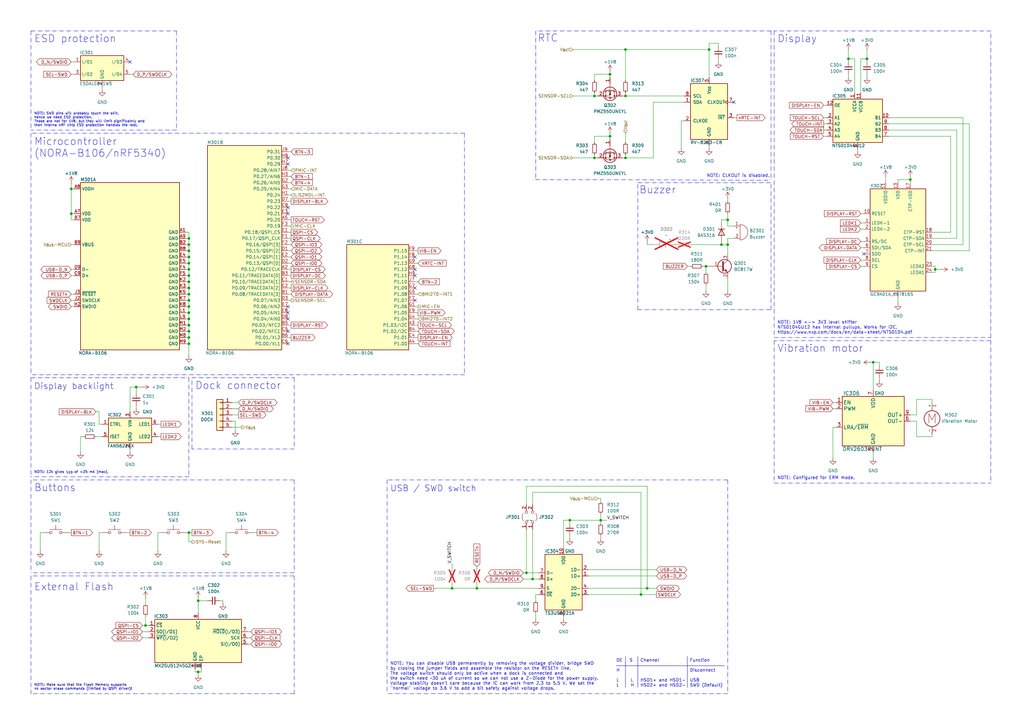
<source format=kicad_sch>
(kicad_sch (version 20231120) (generator "eeschema") (generator_version "8.0")
  (paper "A3")
  (title_block (title "ZSWatch v2") (date "2024-11-03") (rev "6") (company "github.com/jakkra/ZSWatch-HW"))
  (junction (at 77.47 123.19))
  (junction (at 77.47 107.95))
  (junction (at 77.47 100.33))
  (junction (at 246.38 213.36))
  (junction (at 77.47 130.81))
  (junction (at 243.84 39.37))
  (junction (at 77.47 115.57))
  (junction (at 59.69 256.54))
  (junction (at 77.47 113.03))
  (junction (at 77.47 138.43))
  (junction (at 289.56 109.22))
  (junction (at 298.45 100.33))
  (junction (at 77.47 110.49))
  (junction (at 77.47 140.97))
  (junction (at 77.47 105.41))
  (junction (at 250.19 30.48))
  (junction (at 77.47 118.11))
  (junction (at 77.47 128.27))
  (junction (at 77.47 97.79))
  (junction (at 77.47 120.65))
  (junction (at 77.47 218.44))
  (junction (at 77.47 135.89))
  (junction (at 256.54 20.32))
  (junction (at 383.54 110.49))
  (junction (at 215.9 234.95))
  (junction (at 347.98 24.13))
  (junction (at 29.21 77.47))
  (junction (at 77.47 133.35))
  (junction (at 295.91 100.33))
  (junction (at 250.19 55.88))
  (junction (at 218.44 237.49))
  (junction (at 185.42 241.3))
  (junction (at 243.84 64.77))
  (junction (at 233.68 213.36))
  (junction (at 265.43 241.3))
  (junction (at 256.54 39.37))
  (junction (at 256.54 64.77))
  (junction (at 55.88 158.75))
  (junction (at 358.14 148.59))
  (junction (at 81.28 246.38))
  (junction (at 290.83 20.32))
  (junction (at 355.6 24.13))
  (junction (at 77.47 125.73))
  (junction (at 77.47 102.87))
  (junction (at 262.89 243.84))
  (junction (at 29.21 87.63))
  (junction (at 195.58 241.3))
  (junction (at 298.45 90.17))
  (junction (at 81.28 275.59))
  (junction (at 373.38 73.66))
  (no_connect (at 118.11 140.97))
  (no_connect (at 354.33 104.14))
  (no_connect (at 118.11 87.63))
  (no_connect (at 300.99 41.91))
  (no_connect (at 118.11 67.31))
  (no_connect (at 170.18 113.03))
  (no_connect (at 170.18 123.19))
  (no_connect (at 118.11 64.77))
  (no_connect (at 118.11 135.89))
  (no_connect (at 170.18 105.41))
  (no_connect (at 53.34 25.4))
  (no_connect (at 118.11 125.73))
  (no_connect (at 118.11 128.27))
  (no_connect (at 170.18 110.49))
  (no_connect (at 118.11 85.09))
  (no_connect (at 170.18 118.11))
  (no_connect (at 118.11 130.81))
  (wire (pts (xy 267.97 64.77) (xy 256.54 64.77)))
  (wire (pts (xy 353.06 99.06) (xy 354.33 99.06)))
  (wire (pts (xy 195.58 232.41) (xy 195.58 233.68)))
  (polyline (pts (xy 120.65 184.15) (xy 78.74 184.15)) (stroke (width 0) (type dash_dot)))
  (wire (pts (xy 58.42 158.75) (xy 55.88 158.75)))
  (wire (pts (xy 262.89 243.84) (xy 269.24 243.84)))
  (wire (pts (xy 185.42 238.76) (xy 185.42 241.3)))
  (wire (pts (xy 53.34 158.75) (xy 53.34 168.91)))
  (wire (pts (xy 353.06 91.44) (xy 354.33 91.44)))
  (polyline (pts (xy 120.65 234.95) (xy 12.7 234.95)) (stroke (width 0) (type dash_dot)))
  (wire (pts (xy 77.47 140.97) (xy 77.47 146.05)))
  (wire (pts (xy 215.9 199.39) (xy 265.43 199.39)))
  (polyline (pts (xy 190.5 54.61) (xy 12.7 54.61)) (stroke (width 0) (type dash_dot)))
  (wire (pts (xy 170.18 125.73) (xy 171.45 125.73)))
  (wire (pts (xy 265.43 100.33) (xy 267.97 100.33)))
  (wire (pts (xy 392.43 53.34) (xy 392.43 97.79)))
  (wire (pts (xy 77.47 97.79) (xy 77.47 100.33)))
  (wire (pts (xy 34.29 179.07) (xy 33.02 179.07)))
  (wire (pts (xy 298.45 87.63) (xy 298.45 90.17)))
  (polyline (pts (xy 317.5 198.12) (xy 406.4 198.12)) (stroke (width 0) (type dash_dot)))
  (wire (pts (xy 300.99 97.79) (xy 298.45 97.79)))
  (wire (pts (xy 77.47 110.49) (xy 77.47 113.03)))
  (wire (pts (xy 30.48 30.48) (xy 29.21 30.48)))
  (wire (pts (xy 29.21 74.93) (xy 29.21 77.47)))
  (wire (pts (xy 29.21 25.4) (xy 30.48 25.4)))
  (wire (pts (xy 234.95 39.37) (xy 243.84 39.37)))
  (polyline (pts (xy 190.5 153.67) (xy 12.7 153.67)) (stroke (width 0) (type dash_dot)))
  (polyline (pts (xy 316.23 12.7) (xy 219.71 12.7)) (stroke (width 0) (type dash_dot)))
  (wire (pts (xy 255.27 64.77) (xy 256.54 64.77)))
  (wire (pts (xy 55.88 166.37) (xy 55.88 167.64)))
  (wire (pts (xy 118.11 113.03) (xy 119.38 113.03)))
  (wire (pts (xy 77.47 125.73) (xy 77.47 128.27)))
  (wire (pts (xy 82.55 274.32) (xy 82.55 275.59)))
  (wire (pts (xy 250.19 55.88) (xy 243.84 55.88)))
  (wire (pts (xy 383.54 111.76) (xy 383.54 110.49)))
  (wire (pts (xy 118.11 62.23) (xy 119.38 62.23)))
  (wire (pts (xy 382.27 102.87) (xy 397.51 102.87)))
  (polyline (pts (xy 298.45 196.85) (xy 298.45 284.48)) (stroke (width 0) (type dash_dot)))
  (wire (pts (xy 118.11 120.65) (xy 119.38 120.65)))
  (wire (pts (xy 170.18 135.89) (xy 171.45 135.89)))
  (wire (pts (xy 290.83 17.78) (xy 294.64 17.78)))
  (wire (pts (xy 337.82 55.88) (xy 339.09 55.88)))
  (wire (pts (xy 118.11 100.33) (xy 119.38 100.33)))
  (wire (pts (xy 382.27 179.07) (xy 375.92 179.07)))
  (polyline (pts (xy 78.74 154.94) (xy 120.65 154.94)) (stroke (width 0) (type dash_dot)))
  (wire (pts (xy 118.11 82.55) (xy 119.38 82.55)))
  (wire (pts (xy 279.4 60.96) (xy 279.4 49.53)))
  (wire (pts (xy 77.47 133.35) (xy 76.2 133.35)))
  (wire (pts (xy 41.91 35.56) (xy 41.91 36.83)))
  (wire (pts (xy 298.45 100.33) (xy 298.45 104.14)))
  (polyline (pts (xy 317.5 138.43) (xy 406.4 138.43)) (stroke (width 0) (type dash_dot)))
  (wire (pts (xy 234.95 64.77) (xy 243.84 64.77)))
  (polyline (pts (xy 12.7 154.94) (xy 12.7 195.58)) (stroke (width 0) (type dash_dot)))
  (wire (pts (xy 170.18 115.57) (xy 171.45 115.57)))
  (wire (pts (xy 185.42 241.3) (xy 195.58 241.3)))
  (polyline (pts (xy 120.65 196.85) (xy 120.65 234.95)) (stroke (width 0) (type dash_dot)))
  (wire (pts (xy 77.47 123.19) (xy 77.47 125.73)))
  (wire (pts (xy 40.64 218.44) (xy 41.91 218.44)))
  (wire (pts (xy 233.68 213.36) (xy 246.38 213.36)))
  (wire (pts (xy 373.38 72.39) (xy 373.38 73.66)))
  (wire (pts (xy 64.77 173.99) (xy 66.04 173.99)))
  (wire (pts (xy 77.47 135.89) (xy 77.47 138.43)))
  (polyline (pts (xy 120.65 236.22) (xy 120.65 284.48)) (stroke (width 0) (type dash_dot)))
  (wire (pts (xy 353.06 93.98) (xy 354.33 93.98)))
  (polyline (pts (xy 406.4 138.43) (xy 406.4 12.7)) (stroke (width 0) (type dash_dot)))
  (wire (pts (xy 77.47 135.89) (xy 76.2 135.89)))
  (wire (pts (xy 341.63 167.64) (xy 342.9 167.64)))
  (wire (pts (xy 80.01 274.32) (xy 80.01 275.59)))
  (wire (pts (xy 29.21 120.65) (xy 30.48 120.65)))
  (wire (pts (xy 256.54 39.37) (xy 280.67 39.37)))
  (wire (pts (xy 298.45 100.33) (xy 295.91 100.33)))
  (wire (pts (xy 29.21 123.19) (xy 30.48 123.19)))
  (wire (pts (xy 118.11 69.85) (xy 119.38 69.85)))
  (polyline (pts (xy 316.23 12.7) (xy 316.23 73.66)) (stroke (width 0) (type dash_dot)))
  (wire (pts (xy 245.11 204.47) (xy 246.38 204.47)))
  (wire (pts (xy 341.63 165.1) (xy 342.9 165.1)))
  (wire (pts (xy 214.63 234.95) (xy 215.9 234.95)))
  (wire (pts (xy 195.58 241.3) (xy 220.98 241.3)))
  (polyline (pts (xy 317.5 139.7) (xy 317.5 198.12)) (stroke (width 0) (type dash_dot)))
  (wire (pts (xy 170.18 120.65) (xy 171.45 120.65)))
  (wire (pts (xy 58.42 261.62) (xy 60.96 261.62)))
  (wire (pts (xy 262.89 201.93) (xy 262.89 243.84)))
  (wire (pts (xy 170.18 133.35) (xy 171.45 133.35)))
  (wire (pts (xy 118.11 115.57) (xy 119.38 115.57)))
  (polyline (pts (xy 12.7 236.22) (xy 12.7 284.48)) (stroke (width 0) (type dash_dot)))
  (wire (pts (xy 265.43 241.3) (xy 265.43 199.39)))
  (polyline (pts (xy 120.65 196.85) (xy 12.7 196.85)) (stroke (width 0) (type dash_dot)))
  (wire (pts (xy 373.38 73.66) (xy 373.38 74.93)))
  (wire (pts (xy 256.54 64.77) (xy 256.54 63.5)))
  (wire (pts (xy 77.47 118.11) (xy 76.2 118.11)))
  (wire (pts (xy 27.94 218.44) (xy 29.21 218.44)))
  (wire (pts (xy 81.28 275.59) (xy 82.55 275.59)))
  (wire (pts (xy 256.54 54.61) (xy 256.54 58.42)))
  (wire (pts (xy 267.97 41.91) (xy 267.97 64.77)))
  (wire (pts (xy 290.83 31.75) (xy 290.83 20.32)))
  (wire (pts (xy 218.44 201.93) (xy 262.89 201.93)))
  (wire (pts (xy 243.84 64.77) (xy 243.84 63.5)))
  (wire (pts (xy 29.21 110.49) (xy 30.48 110.49)))
  (wire (pts (xy 77.47 120.65) (xy 77.47 123.19)))
  (polyline (pts (xy 120.65 154.94) (xy 120.65 184.15)) (stroke (width 0) (type dash_dot)))
  (wire (pts (xy 295.91 90.17) (xy 298.45 90.17)))
  (wire (pts (xy 77.47 125.73) (xy 76.2 125.73)))
  (wire (pts (xy 382.27 177.8) (xy 382.27 179.07)))
  (wire (pts (xy 265.43 241.3) (xy 269.24 241.3)))
  (polyline (pts (xy 261.62 127) (xy 316.23 127)) (stroke (width 0) (type dash_dot)))
  (wire (pts (xy 95.25 172.72) (xy 96.52 172.72)))
  (wire (pts (xy 215.9 217.17) (xy 215.9 234.95)))
  (wire (pts (xy 29.21 87.63) (xy 29.21 77.47)))
  (polyline (pts (xy 77.47 154.94) (xy 77.47 195.58)) (stroke (width 0) (type dash_dot)))
  (wire (pts (xy 170.18 128.27) (xy 171.45 128.27)))
  (wire (pts (xy 93.98 218.44) (xy 92.71 218.44)))
  (polyline (pts (xy 317.5 12.7) (xy 317.5 138.43)) (stroke (width 0) (type dash_dot)))
  (polyline (pts (xy 190.5 54.61) (xy 190.5 153.67)) (stroke (width 0) (type dash_dot)))
  (wire (pts (xy 77.47 110.49) (xy 76.2 110.49)))
  (polyline (pts (xy 12.7 12.7) (xy 12.7 53.34)) (stroke (width 0) (type dash_dot)))
  (wire (pts (xy 118.11 90.17) (xy 119.38 90.17)))
  (wire (pts (xy 337.82 43.18) (xy 339.09 43.18)))
  (wire (pts (xy 77.47 115.57) (xy 77.47 118.11)))
  (wire (pts (xy 231.14 213.36) (xy 231.14 224.79)))
  (wire (pts (xy 185.42 231.14) (xy 185.42 233.68)))
  (wire (pts (xy 90.17 246.38) (xy 91.44 246.38)))
  (wire (pts (xy 77.47 115.57) (xy 76.2 115.57)))
  (wire (pts (xy 298.45 97.79) (xy 298.45 100.33)))
  (polyline (pts (xy 120.65 236.22) (xy 12.7 236.22)) (stroke (width 0) (type dash_dot)))
  (wire (pts (xy 29.21 100.33) (xy 30.48 100.33)))
  (wire (pts (xy 373.38 170.18) (xy 375.92 170.18)))
  (wire (pts (xy 397.51 50.8) (xy 397.51 102.87)))
  (wire (pts (xy 118.11 97.79) (xy 119.38 97.79)))
  (polyline (pts (xy 406.4 139.7) (xy 406.4 198.12)) (stroke (width 0) (type dash_dot)))
  (wire (pts (xy 29.21 90.17) (xy 29.21 87.63)))
  (wire (pts (xy 358.14 185.42) (xy 358.14 187.96)))
  (wire (pts (xy 350.52 24.13) (xy 350.52 38.1)))
  (wire (pts (xy 233.68 219.71) (xy 233.68 220.98)))
  (polyline (pts (xy 281.94 269.24) (xy 281.94 281.94)))
  (wire (pts (xy 250.19 55.88) (xy 250.19 57.15)))
  (wire (pts (xy 64.77 218.44) (xy 66.04 218.44)))
  (wire (pts (xy 41.91 173.99) (xy 40.64 173.99)))
  (polyline (pts (xy 158.75 196.85) (xy 158.75 284.48)) (stroke (width 0) (type dash_dot)))
  (wire (pts (xy 241.3 243.84) (xy 262.89 243.84)))
  (wire (pts (xy 77.47 95.25) (xy 77.47 97.79)))
  (wire (pts (xy 214.63 237.49) (xy 218.44 237.49)))
  (wire (pts (xy 118.11 74.93) (xy 119.38 74.93)))
  (polyline (pts (xy 120.65 284.48) (xy 12.7 284.48)) (stroke (width 0) (type dash_dot)))
  (wire (pts (xy 233.68 213.36) (xy 233.68 214.63)))
  (wire (pts (xy 294.64 24.13) (xy 294.64 25.4)))
  (wire (pts (xy 16.51 218.44) (xy 16.51 226.06)))
  (wire (pts (xy 295.91 91.44) (xy 295.91 90.17)))
  (wire (pts (xy 256.54 39.37) (xy 256.54 38.1)))
  (wire (pts (xy 77.47 102.87) (xy 76.2 102.87)))
  (polyline (pts (xy 406.4 139.7) (xy 317.5 139.7)) (stroke (width 0) (type dash_dot)))
  (wire (pts (xy 218.44 207.01) (xy 218.44 201.93)))
  (wire (pts (xy 77.47 118.11) (xy 77.47 120.65)))
  (wire (pts (xy 243.84 55.88) (xy 243.84 58.42)))
  (polyline (pts (xy 78.74 184.15) (xy 78.74 154.94)) (stroke (width 0) (type dash_dot)))
  (wire (pts (xy 243.84 30.48) (xy 243.84 33.02)))
  (polyline (pts (xy 72.39 12.7) (xy 72.39 53.34)) (stroke (width 0) (type dash_dot)))
  (wire (pts (xy 77.47 95.25) (xy 76.2 95.25)))
  (wire (pts (xy 275.59 100.33) (xy 278.13 100.33)))
  (wire (pts (xy 279.4 49.53) (xy 280.67 49.53)))
  (wire (pts (xy 218.44 217.17) (xy 218.44 237.49)))
  (wire (pts (xy 81.28 246.38) (xy 81.28 245.11)))
  (wire (pts (xy 246.38 213.36) (xy 246.38 214.63)))
  (wire (pts (xy 59.69 256.54) (xy 60.96 256.54)))
  (wire (pts (xy 77.47 97.79) (xy 76.2 97.79)))
  (wire (pts (xy 81.28 246.38) (xy 81.28 251.46)))
  (wire (pts (xy 77.47 128.27) (xy 77.47 130.81)))
  (wire (pts (xy 77.47 133.35) (xy 77.47 135.89)))
  (wire (pts (xy 58.42 256.54) (xy 59.69 256.54)))
  (wire (pts (xy 250.19 54.61) (xy 250.19 55.88)))
  (wire (pts (xy 383.54 110.49) (xy 383.54 109.22)))
  (wire (pts (xy 382.27 163.83) (xy 382.27 165.1)))
  (wire (pts (xy 219.71 243.84) (xy 219.71 246.38)))
  (wire (pts (xy 368.3 121.92) (xy 368.3 124.46)))
  (wire (pts (xy 77.47 130.81) (xy 76.2 130.81)))
  (wire (pts (xy 64.77 218.44) (xy 64.77 226.06)))
  (wire (pts (xy 360.68 148.59) (xy 360.68 149.86)))
  (wire (pts (xy 341.63 175.26) (xy 341.63 187.96)))
  (wire (pts (xy 118.11 72.39) (xy 119.38 72.39)))
  (wire (pts (xy 269.24 233.68) (xy 241.3 233.68)))
  (wire (pts (xy 250.19 29.21) (xy 250.19 30.48)))
  (polyline (pts (xy 256.54 269.24) (xy 256.54 281.94)))
  (wire (pts (xy 389.89 55.88) (xy 389.89 95.25)))
  (polyline (pts (xy 219.71 73.66) (xy 316.23 73.914)) (stroke (width 0) (type dash_dot)))
  (polyline (pts (xy 406.4 12.7) (xy 317.5 12.7)) (stroke (width 0) (type dash_dot)))
  (wire (pts (xy 58.42 259.08) (xy 60.96 259.08)))
  (wire (pts (xy 77.47 140.97) (xy 76.2 140.97)))
  (wire (pts (xy 281.94 109.22) (xy 283.21 109.22)))
  (polyline (pts (xy 261.62 269.24) (xy 261.62 281.94)))
  (wire (pts (xy 250.19 30.48) (xy 243.84 30.48)))
  (wire (pts (xy 337.82 50.8) (xy 339.09 50.8)))
  (wire (pts (xy 337.82 48.26) (xy 339.09 48.26)))
  (wire (pts (xy 351.79 60.96) (xy 351.79 62.23)))
  (wire (pts (xy 298.45 90.17) (xy 298.45 92.71)))
  (wire (pts (xy 337.82 53.34) (xy 339.09 53.34)))
  (wire (pts (xy 298.45 81.28) (xy 298.45 82.55)))
  (wire (pts (xy 91.44 246.38) (xy 91.44 247.65)))
  (wire (pts (xy 347.98 25.4) (xy 347.98 24.13)))
  (wire (pts (xy 77.47 113.03) (xy 77.47 115.57)))
  (wire (pts (xy 353.06 87.63) (xy 354.33 87.63)))
  (wire (pts (xy 54.61 30.48) (xy 53.34 30.48)))
  (wire (pts (xy 358.14 148.59) (xy 360.68 148.59)))
  (wire (pts (xy 290.83 60.96) (xy 290.83 59.69)))
  (polyline (pts (xy 77.47 195.58) (xy 12.7 195.58)) (stroke (width 0) (type dash_dot)))
  (wire (pts (xy 342.9 175.26) (xy 341.63 175.26)))
  (wire (pts (xy 170.18 140.97) (xy 171.45 140.97)))
  (wire (pts (xy 118.11 102.87) (xy 119.38 102.87)))
  (wire (pts (xy 77.47 138.43) (xy 76.2 138.43)))
  (wire (pts (xy 55.88 158.75) (xy 53.34 158.75)))
  (wire (pts (xy 104.14 218.44) (xy 105.41 218.44)))
  (wire (pts (xy 300.99 48.26) (xy 302.26 48.26)))
  (wire (pts (xy 77.47 107.95) (xy 77.47 110.49)))
  (wire (pts (xy 77.47 218.44) (xy 78.74 218.44)))
  (wire (pts (xy 358.14 148.59) (xy 358.14 160.02)))
  (wire (pts (xy 298.45 114.3) (xy 298.45 119.38)))
  (wire (pts (xy 118.11 123.19) (xy 119.38 123.19)))
  (wire (pts (xy 77.47 222.25) (xy 77.47 218.44)))
  (wire (pts (xy 92.71 218.44) (xy 92.71 226.06)))
  (polyline (pts (xy 12.7 154.94) (xy 77.47 154.94)) (stroke (width 0) (type dash_dot)))
  (wire (pts (xy 355.6 25.4) (xy 355.6 24.13)))
  (wire (pts (xy 246.38 213.36) (xy 248.92 213.36)))
  (polyline (pts (xy 12.7 12.7) (xy 72.39 12.7)) (stroke (width 0) (type dash_dot)))
  (wire (pts (xy 195.58 238.76) (xy 195.58 241.3)))
  (wire (pts (xy 375.92 170.18) (xy 375.92 163.83)))
  (wire (pts (xy 97.79 165.1) (xy 95.25 165.1)))
  (wire (pts (xy 77.47 138.43) (xy 77.47 140.97)))
  (wire (pts (xy 364.49 55.88) (xy 389.89 55.88)))
  (wire (pts (xy 245.11 64.77) (xy 243.84 64.77)))
  (wire (pts (xy 355.6 20.32) (xy 355.6 24.13)))
  (wire (pts (xy 118.11 95.25) (xy 119.38 95.25)))
  (wire (pts (xy 96.52 172.72) (xy 96.52 176.53)))
  (wire (pts (xy 382.27 100.33) (xy 394.97 100.33)))
  (wire (pts (xy 95.25 175.26) (xy 99.06 175.26)))
  (wire (pts (xy 353.06 106.68) (xy 354.33 106.68)))
  (wire (pts (xy 118.11 105.41) (xy 119.38 105.41)))
  (wire (pts (xy 77.47 120.65) (xy 76.2 120.65)))
  (wire (pts (xy 77.47 105.41) (xy 76.2 105.41)))
  (wire (pts (xy 77.47 130.81) (xy 77.47 133.35)))
  (wire (pts (xy 368.3 73.66) (xy 373.38 73.66)))
  (wire (pts (xy 77.47 100.33) (xy 77.47 102.87)))
  (polyline (pts (xy 12.7 54.61) (xy 12.7 153.67)) (stroke (width 0) (type dash_dot)))
  (wire (pts (xy 39.37 168.91) (xy 40.64 168.91)))
  (wire (pts (xy 29.21 113.03) (xy 30.48 113.03)))
  (wire (pts (xy 289.56 109.22) (xy 289.56 111.76)))
  (wire (pts (xy 256.54 20.32) (xy 256.54 33.02)))
  (wire (pts (xy 33.02 179.07) (xy 33.02 185.42)))
  (wire (pts (xy 382.27 109.22) (xy 383.54 109.22)))
  (wire (pts (xy 118.11 107.95) (xy 119.38 107.95)))
  (wire (pts (xy 40.64 218.44) (xy 40.64 226.06)))
  (polyline (pts (xy 12.7 196.85) (xy 12.7 234.95)) (stroke (width 0) (type dash_dot)))
  (wire (pts (xy 170.18 107.95) (xy 171.45 107.95)))
  (wire (pts (xy 177.8 241.3) (xy 185.42 241.3)))
  (wire (pts (xy 347.98 30.48) (xy 347.98 31.75)))
  (wire (pts (xy 170.18 130.81) (xy 171.45 130.81)))
  (wire (pts (xy 118.11 118.11) (xy 119.38 118.11)))
  (wire (pts (xy 382.27 97.79) (xy 392.43 97.79)))
  (wire (pts (xy 347.98 24.13) (xy 350.52 24.13)))
  (wire (pts (xy 77.47 105.41) (xy 77.47 107.95)))
  (wire (pts (xy 77.47 128.27) (xy 76.2 128.27)))
  (wire (pts (xy 288.29 109.22) (xy 289.56 109.22)))
  (wire (pts (xy 356.87 148.59) (xy 358.14 148.59)))
  (wire (pts (xy 77.47 113.03) (xy 76.2 113.03)))
  (wire (pts (xy 53.34 184.15) (xy 53.34 185.42)))
  (wire (pts (xy 81.28 246.38) (xy 85.09 246.38)))
  (wire (pts (xy 81.28 275.59) (xy 81.28 276.86)))
  (wire (pts (xy 255.27 39.37) (xy 256.54 39.37)))
  (wire (pts (xy 220.98 243.84) (xy 219.71 243.84)))
  (wire (pts (xy 101.6 261.62) (xy 102.87 261.62)))
  (wire (pts (xy 246.38 210.82) (xy 246.38 213.36)))
  (wire (pts (xy 267.97 41.91) (xy 280.67 41.91)))
  (wire (pts (xy 231.14 213.36) (xy 233.68 213.36)))
  (wire (pts (xy 219.71 251.46) (xy 219.71 254)))
  (wire (pts (xy 76.2 218.44) (xy 77.47 218.44)))
  (wire (pts (xy 170.18 102.87) (xy 171.45 102.87)))
  (wire (pts (xy 55.88 158.75) (xy 55.88 161.29)))
  (wire (pts (xy 59.69 252.73) (xy 59.69 256.54)))
  (wire (pts (xy 364.49 53.34) (xy 392.43 53.34)))
  (polyline (pts (xy 219.71 12.7) (xy 219.71 73.66)) (stroke (width 0) (type dash_dot)))
  (wire (pts (xy 118.11 77.47) (xy 119.38 77.47)))
  (wire (pts (xy 101.6 259.08) (xy 102.87 259.08)))
  (wire (pts (xy 364.49 50.8) (xy 397.51 50.8)))
  (wire (pts (xy 17.78 218.44) (xy 16.51 218.44)))
  (wire (pts (xy 295.91 99.06) (xy 295.91 100.33)))
  (wire (pts (xy 40.64 173.99) (xy 40.64 168.91)))
  (wire (pts (xy 347.98 20.32) (xy 347.98 24.13)))
  (wire (pts (xy 29.21 77.47) (xy 30.48 77.47)))
  (wire (pts (xy 289.56 116.84) (xy 289.56 119.38)))
  (wire (pts (xy 353.06 101.6) (xy 354.33 101.6)))
  (wire (pts (xy 246.38 219.71) (xy 246.38 220.98)))
  (wire (pts (xy 382.27 95.25) (xy 389.89 95.25)))
  (polyline (pts (xy 261.62 127) (xy 261.62 74.93)) (stroke (width 0) (type dash_dot)))
  (wire (pts (xy 170.18 138.43) (xy 171.45 138.43)))
  (wire (pts (xy 64.77 179.07) (xy 66.04 179.07)))
  (wire (pts (xy 355.6 24.13) (xy 353.06 24.13)))
  (wire (pts (xy 243.84 39.37) (xy 243.84 38.1)))
  (polyline (pts (xy 261.62 74.93) (xy 316.23 74.93)) (stroke (width 0) (type dash_dot)))
  (wire (pts (xy 77.47 123.19) (xy 76.2 123.19)))
  (wire (pts (xy 353.06 24.13) (xy 353.06 38.1)))
  (wire (pts (xy 29.21 125.73) (xy 30.48 125.73)))
  (wire (pts (xy 364.49 48.26) (xy 394.97 48.26)))
  (wire (pts (xy 101.6 264.16) (xy 102.87 264.16)))
  (wire (pts (xy 368.3 74.93) (xy 368.3 73.66)))
  (wire (pts (xy 265.43 100.33) (xy 265.43 99.06)))
  (wire (pts (xy 250.19 30.48) (xy 250.19 31.75)))
  (wire (pts (xy 118.11 138.43) (xy 119.38 138.43)))
  (wire (pts (xy 97.79 167.64) (xy 95.25 167.64)))
  (wire (pts (xy 246.38 204.47) (xy 246.38 205.74)))
  (wire (pts (xy 383.54 110.49) (xy 386.08 110.49)))
  (wire (pts (xy 118.11 80.01) (xy 119.38 80.01)))
  (wire (pts (xy 118.11 92.71) (xy 119.38 92.71)))
  (wire (pts (xy 394.97 48.26) (xy 394.97 100.33)))
  (wire (pts (xy 234.95 20.32) (xy 256.54 20.32)))
  (wire (pts (xy 290.83 20.32) (xy 290.83 17.78)))
  (wire (pts (xy 29.21 87.63) (xy 30.48 87.63)))
  (wire (pts (xy 360.68 154.94) (xy 360.68 156.21)))
  (wire (pts (xy 215.9 234.95) (xy 220.98 234.95)))
  (wire (pts (xy 241.3 241.3) (xy 265.43 241.3)))
  (wire (pts (xy 118.11 133.35) (xy 119.38 133.35)))
  (wire (pts (xy 353.06 109.22) (xy 354.33 109.22)))
  (wire (pts (xy 30.48 90.17) (xy 29.21 90.17)))
  (wire (pts (xy 118.11 110.49) (xy 119.38 110.49)))
  (wire (pts (xy 294.64 19.05) (xy 294.64 17.78)))
  (wire (pts (xy 59.69 245.11) (xy 59.69 247.65)))
  (wire (pts (xy 218.44 237.49) (xy 220.98 237.49)))
  (wire (pts (xy 256.54 20.32) (xy 290.83 20.32)))
  (wire (pts (xy 77.47 107.95) (xy 76.2 107.95)))
  (wire (pts (xy 382.27 111.76) (xy 383.54 111.76)))
  (wire (pts (xy 80.01 275.59) (xy 81.28 275.59)))
  (wire (pts (xy 373.38 172.72) (xy 375.92 172.72)))
  (wire (pts (xy 245.11 39.37) (xy 243.84 39.37)))
  (wire (pts (xy 298.45 92.71) (xy 300.99 92.71)))
  (wire (pts (xy 289.56 109.22) (xy 290.83 109.22)))
  (wire (pts (xy 41.91 179.07) (xy 39.37 179.07)))
  (wire (pts (xy 363.22 72.39) (xy 363.22 74.93)))
  (wire (pts (xy 375.92 172.72) (xy 375.92 179.07)))
  (wire (pts (xy 97.79 170.18) (xy 95.25 170.18)))
  (wire (pts (xy 283.21 100.33) (xy 295.91 100.33)))
  (polyline (pts (xy 72.39 53.34) (xy 12.7 53.34)) (stroke (width 0) (type dash_dot)))
  (polyline (pts (xy 316.23 127) (xy 316.23 74.93)) (stroke (width 0) (type dash_dot)))
  (wire (pts (xy 269.24 236.22) (xy 241.3 236.22)))
  (polyline (pts (xy 298.45 196.85) (xy 158.75 196.85)) (stroke (width 0) (type dash_dot)))
  (wire (pts (xy 215.9 199.39) (xy 215.9 207.01)))
  (wire (pts (xy 52.07 218.44) (xy 53.34 218.44)))
  (wire (pts (xy 231.14 252.73) (xy 231.14 254)))
  (polyline (pts (xy 298.45 284.48) (xy 158.75 284.48)) (stroke (width 0) (type dash_dot)))
  (wire (pts (xy 375.92 163.83) (xy 382.27 163.83)))
  (polyline (pts (xy 252.73 273.05) (xy 297.18 273.05)))
  (wire (pts (xy 78.74 222.25) (xy 77.47 222.25)))
  (wire (pts (xy 77.47 100.33) (xy 76.2 100.33)))
  (wire (pts (xy 355.6 30.48) (xy 355.6 31.75)))
  (wire (pts (xy 77.47 102.87) (xy 77.47 105.41)))
  (text "NOTE: CLKOUT is disabled." (at 289.814 72.898 0) (effects (font (size 1.27 1.27)) (justify left bottom)))
  (text "OE   S	Channel			Function\n\nH    					Disconnect\n\nL     L	HSD1+ and HSD1-	USB\nL     H	HSD2+ and HSD2-	SWD (Default)" (at 252.73 281.94 0) (effects (font (size 1.27 1.27)) (justify left bottom)))
  (text "Buttons" (at 13.97 201.93 0) (effects (font (size 3 3)) (justify left bottom)))
  (text "NOTE: 12k gives I_{LED} of <25 mA (max)." (at 13.97 194.31 0) (effects (font (size 1 1)) (justify left bottom)))
  (text "Vibration motor" (at 318.77 144.78 0) (effects (font (size 3 3)) (justify left bottom)))
  (text "Buzzer" (at 262.128 79.756 0) (effects (font (size 3 3)) (justify left bottom)))
  (text "NOTE: Make sure that the Flash Memory supports\n4k sector erase commands (limited by QSPI driver)!" (at 13.97 283.21 0) (effects (font (size 1 1)) (justify left bottom)))
  (text "NOTE: SWD pins will probably touch the skin,\nhence we need ESD protection.\nThose are not for 1V8, but they will limit significatnly and\nthen interna nRF chip ESD protection handles the rest." (at 13.97 52.07 0) (effects (font (size 1 1)) (justify left bottom)))
  (text "USB / SWD switch" (at 160.02 201.93 0) (effects (font (size 2.5 2.5)) (justify left bottom)))
  (text "RTC" (at 220.472 17.526 0) (effects (font (size 3 3)) (justify left bottom)))
  (text "Display" (at 318.77 17.78 0) (effects (font (size 3 3)) (justify left bottom)))
  (text "NOTE: 1V8 <-> 3V3 level shifter\nNTS0104GU12 has internal pullups. Works for I2C.\nhttps://www.nxp.com/docs/en/data-sheet/NTS0104.pdf" (at 318.77 137.16 0) (effects (font (size 1.27 1.27)) (justify left bottom)))
  (text "NOTE: You can disable USB permanently by removing the voltage divider, bridge SWD\nby closing the jumper fields and assemble the resistor on the RESETn line.\nThe voltage switch should only be active when a dock is connected and \nthe switch need ~30 uA of current so we can not use a Z-Diode for the power supply.\nVoltage stability doesn´t care because the IC can work from 2.3 to 5.5 V. We set the\n\"normal\" voltage to 3.6 V to add a bit safety against voltage drops.\n" (at 160.02 283.21 0) (effects (font (size 1.27 1.27)) (justify left bottom)))
  (text "Microcontroller\n(NORA-B106/nRF5340)" (at 13.97 64.77 0) (effects (font (size 3 3)) (justify left bottom)))
  (text "Display backlight" (at 13.97 160.02 0) (effects (font (size 2.5 2.5)) (justify left bottom)))
  (text "NOTE: Configured for ERM mode." (at 318.77 196.85 0) (effects (font (size 1.27 1.27)) (justify left bottom)))
  (text "Dock connector" (at 80.01 160.02 0) (effects (font (size 3 3)) (justify left bottom)))
  (text "External Flash" (at 13.97 242.57 0) (effects (font (size 3 3)) (justify left bottom)))
  (text "ESD protection" (at 13.97 17.78 0) (effects (font (size 3 3)) (justify left bottom)))
  (label "V_SWITCH" (at 185.42 231.14 90))
  (label "V_SWITCH" (at 248.92 213.36 0))
  (global_label "QSPI-CLK" (shape output) (at 119.38 97.79 0) (property "Intersheetrefs" "${INTERSHEET_REFS}" (effects (hide yes))))
  (global_label "DISPLAY-RST" (shape output) (at 119.38 133.35 0) (property "Intersheetrefs" "${INTERSHEET_REFS}" (effects (hide yes))))
  (global_label "D_P{slash}SWDCLK" (shape bidirectional) (at 214.63 237.49 180) (property "Intersheetrefs" "${INTERSHEET_REFS}" (effects (hide yes))))
  (global_label "RESETn" (shape input) (at 195.58 232.41 90) (property "Intersheetrefs" "${INTERSHEET_REFS}" (effects (hide yes))))
  (global_label "VIB-EN" (shape output) (at 171.45 102.87 0) (property "Intersheetrefs" "${INTERSHEET_REFS}" (effects (hide yes))))
  (global_label "BTN-4" (shape output) (at 105.41 218.44 0) (property "Intersheetrefs" "${INTERSHEET_REFS}" (effects (hide yes))))
  (global_label "SWDCLK" (shape input) (at 29.21 123.19 180) (property "Intersheetrefs" "${INTERSHEET_REFS}" (effects (hide yes))))
  (global_label "USB-D_P" (shape bidirectional) (at 269.24 236.22 0) (property "Intersheetrefs" "${INTERSHEET_REFS}" (effects (hide yes))))
  (global_label "QSPI-CS" (shape output) (at 119.38 95.25 0) (property "Intersheetrefs" "${INTERSHEET_REFS}" (effects (hide yes))))
  (global_label "QSPI-IO0" (shape bidirectional) (at 102.87 264.16 0) (property "Intersheetrefs" "${INTERSHEET_REFS}" (effects (hide yes))))
  (global_label "TOUCH-SDA" (shape bidirectional) (at 171.45 135.89 0) (property "Intersheetrefs" "${INTERSHEET_REFS}" (effects (hide yes))))
  (global_label "TOUCH-RST" (shape output) (at 119.38 90.17 0) (property "Intersheetrefs" "${INTERSHEET_REFS}" (effects (hide yes))))
  (global_label "VIB-PWM" (shape output) (at 171.45 128.27 0) (property "Intersheetrefs" "${INTERSHEET_REFS}" (effects (hide yes))))
  (global_label "RESETn" (shape input) (at 29.21 120.65 180) (property "Intersheetrefs" "${INTERSHEET_REFS}" (effects (hide yes))))
  (global_label "SWDIO" (shape bidirectional) (at 29.21 125.73 180) (property "Intersheetrefs" "${INTERSHEET_REFS}" (effects (hide yes))))
  (global_label "QSPI-IO0" (shape bidirectional) (at 119.38 107.95 0) (property "Intersheetrefs" "${INTERSHEET_REFS}" (effects (hide yes))))
  (global_label "QSPI-IO3" (shape bidirectional) (at 119.38 100.33 0) (property "Intersheetrefs" "${INTERSHEET_REFS}" (effects (hide yes))))
  (global_label "BTN-4" (shape input) (at 119.38 74.93 0) (property "Intersheetrefs" "${INTERSHEET_REFS}" (effects (hide yes))))
  (global_label "SEL-SWD" (shape output) (at 177.8 241.3 180) (property "Intersheetrefs" "${INTERSHEET_REFS}" (effects (hide yes))))
  (global_label "QSPI-IO1" (shape bidirectional) (at 58.42 259.08 180) (property "Intersheetrefs" "${INTERSHEET_REFS}" (effects (hide yes))))
  (global_label "D_N{slash}SWDIO" (shape bidirectional) (at 214.63 234.95 180) (property "Intersheetrefs" "${INTERSHEET_REFS}" (effects (hide yes))))
  (global_label "SEL-SWD" (shape output) (at 97.79 170.18 0) (property "Intersheetrefs" "${INTERSHEET_REFS}" (effects (hide yes))))
  (global_label "QSPI-IO1" (shape bidirectional) (at 119.38 105.41 0) (property "Intersheetrefs" "${INTERSHEET_REFS}" (effects (hide yes))))
  (global_label "D_P{slash}SWDCLK" (shape bidirectional) (at 97.79 165.1 0) (property "Intersheetrefs" "${INTERSHEET_REFS}" (effects (hide yes))))
  (global_label "DISPLAY-CLK" (shape input) (at 353.06 106.68 180) (property "Intersheetrefs" "${INTERSHEET_REFS}" (effects (hide yes))))
  (global_label "D_N{slash}SWDIO" (shape bidirectional) (at 29.21 25.4 180) (property "Intersheetrefs" "${INTERSHEET_REFS}" (effects (hide yes))))
  (global_label "DISPLAY-DATA" (shape bidirectional) (at 353.06 101.6 180) (property "Intersheetrefs" "${INTERSHEET_REFS}" (effects (hide yes))))
  (global_label "TOUCH-INT" (shape output) (at 337.82 50.8 180) (property "Intersheetrefs" "${INTERSHEET_REFS}" (effects (hide yes))))
  (global_label "BTN-2" (shape input) (at 171.45 115.57 0) (property "Intersheetrefs" "${INTERSHEET_REFS}" (effects (hide yes))))
  (global_label "QSPI-CLK" (shape input) (at 102.87 261.62 0) (property "Intersheetrefs" "${INTERSHEET_REFS}" (effects (hide yes))))
  (global_label "nRTC-INT" (shape input) (at 171.45 107.95 0) (property "Intersheetrefs" "${INTERSHEET_REFS}" (effects (hide yes))))
  (global_label "DISPLAY-DATA" (shape bidirectional) (at 119.38 120.65 0) (property "Intersheetrefs" "${INTERSHEET_REFS}" (effects (hide yes))))
  (global_label "DISPLAY-DC" (shape output) (at 119.38 113.03 0) (property "Intersheetrefs" "${INTERSHEET_REFS}" (effects (hide yes))))
  (global_label "TOUCH-INT" (shape input) (at 171.45 140.97 0) (property "Intersheetrefs" "${INTERSHEET_REFS}" (effects (hide yes))))
  (global_label "BTN-3" (shape output) (at 78.74 218.44 0) (property "Intersheetrefs" "${INTERSHEET_REFS}" (effects (hide yes))))
  (global_label "TOUCH-SCL" (shape output) (at 171.45 133.35 0) (property "Intersheetrefs" "${INTERSHEET_REFS}" (effects (hide yes))))
  (global_label "QSPI-IO3" (shape bidirectional) (at 102.87 259.08 0) (property "Intersheetrefs" "${INTERSHEET_REFS}" (effects (hide yes))))
  (global_label "TOUCH-RST" (shape input) (at 337.82 55.88 180) (property "Intersheetrefs" "${INTERSHEET_REFS}" (effects (hide yes))))
  (global_label "BTN-1" (shape output) (at 29.21 218.44 0) (property "Intersheetrefs" "${INTERSHEET_REFS}" (effects (hide yes))))
  (global_label "BUZZER" (shape input) (at 281.94 109.22 180) (property "Intersheetrefs" "${INTERSHEET_REFS}" (effects (hide yes))))
  (global_label "VIB-EN" (shape input) (at 341.63 165.1 180) (property "Intersheetrefs" "${INTERSHEET_REFS}" (effects (hide yes))))
  (global_label "D_P{slash}SWDCLK" (shape bidirectional) (at 54.61 30.48 0) (property "Intersheetrefs" "${INTERSHEET_REFS}" (effects (hide yes))))
  (global_label "BTN-2" (shape output) (at 53.34 218.44 0) (property "Intersheetrefs" "${INTERSHEET_REFS}" (effects (hide yes))))
  (global_label "QSPI-IO2" (shape bidirectional) (at 119.38 102.87 0) (property "Intersheetrefs" "${INTERSHEET_REFS}" (effects (hide yes))))
  (global_label "LEDK2" (shape input) (at 353.06 93.98 180) (property "Intersheetrefs" "${INTERSHEET_REFS}" (effects (hide yes))))
  (global_label "DISPLAY-BLK" (shape output) (at 119.38 82.55 0) (property "Intersheetrefs" "${INTERSHEET_REFS}" (effects (hide yes))))
  (global_label "USB-D_N" (shape bidirectional) (at 269.24 233.68 0) (property "Intersheetrefs" "${INTERSHEET_REFS}" (effects (hide yes))))
  (global_label "BTN-3" (shape input) (at 119.38 62.23 0) (property "Intersheetrefs" "${INTERSHEET_REFS}" (effects (hide yes))))
  (global_label "nRTC-INT" (shape output) (at 302.26 48.26 0) (property "Intersheetrefs" "${INTERSHEET_REFS}" (effects (hide yes))))
  (global_label "DISPLAY-CLK" (shape output) (at 119.38 118.11 0) (property "Intersheetrefs" "${INTERSHEET_REFS}" (effects (hide yes))))
  (global_label "USB-D_N" (shape bidirectional) (at 29.21 110.49 180) (property "Intersheetrefs" "${INTERSHEET_REFS}" (effects (hide yes))))
  (global_label "LEDK2" (shape output) (at 66.04 179.07 0) (property "Intersheetrefs" "${INTERSHEET_REFS}" (effects (hide yes))))
  (global_label "SEL-SWD" (shape input) (at 29.21 30.48 180) (property "Intersheetrefs" "${INTERSHEET_REFS}" (effects (hide yes))))
  (global_label "USB-D_P" (shape bidirectional) (at 29.21 113.03 180) (property "Intersheetrefs" "${INTERSHEET_REFS}" (effects (hide yes))))
  (global_label "TOUCH-SCL" (shape input) (at 337.82 48.26 180) (property "Intersheetrefs" "${INTERSHEET_REFS}" (effects (hide yes))))
  (global_label "BUZZER" (shape output) (at 119.38 138.43 0) (property "Intersheetrefs" "${INTERSHEET_REFS}" (effects (hide yes))))
  (global_label "D_N{slash}SWDIO" (shape bidirectional) (at 97.79 167.64 0) (property "Intersheetrefs" "${INTERSHEET_REFS}" (effects (hide yes))))
  (global_label "TOUCH-SDA" (shape output) (at 337.82 53.34 180) (property "Intersheetrefs" "${INTERSHEET_REFS}" (effects (hide yes))))
  (global_label "DISPLAY-CS" (shape input) (at 353.06 109.22 180) (property "Intersheetrefs" "${INTERSHEET_REFS}" (effects (hide yes))))
  (global_label "QSPI-IO2" (shape bidirectional) (at 58.42 261.62 180) (property "Intersheetrefs" "${INTERSHEET_REFS}" (effects (hide yes))))
  (global_label "VIB-PWM" (shape input) (at 341.63 167.64 180) (property "Intersheetrefs" "${INTERSHEET_REFS}" (effects (hide yes))))
  (global_label "LEDK1" (shape input) (at 353.06 91.44 180) (property "Intersheetrefs" "${INTERSHEET_REFS}" (effects (hide yes))))
  (global_label "DISPLAY-BLK" (shape input) (at 39.37 168.91 180) (property "Intersheetrefs" "${INTERSHEET_REFS}" (effects (hide yes))))
  (global_label "QSPI-CS" (shape input) (at 58.42 256.54 180) (property "Intersheetrefs" "${INTERSHEET_REFS}" (effects (hide yes))))
  (global_label "BTN-1" (shape input) (at 119.38 72.39 0) (property "Intersheetrefs" "${INTERSHEET_REFS}" (effects (hide yes))))
  (global_label "SWDIO" (shape bidirectional) (at 269.24 241.3 0) (property "Intersheetrefs" "${INTERSHEET_REFS}" (effects (hide yes))))
  (global_label "DISPLAY-CS" (shape output) (at 119.38 110.49 0) (property "Intersheetrefs" "${INTERSHEET_REFS}" (effects (hide yes))))
  (global_label "DISPLAY-DC" (shape input) (at 353.06 99.06 180) (property "Intersheetrefs" "${INTERSHEET_REFS}" (effects (hide yes))))
  (global_label "LEDK1" (shape output) (at 66.04 173.99 0) (property "Intersheetrefs" "${INTERSHEET_REFS}" (effects (hide yes))))
  (global_label "DISPLAY-EN" (shape output) (at 171.45 138.43 0) (property "Intersheetrefs" "${INTERSHEET_REFS}" (effects (hide yes))))
  (global_label "DISPLAY-RST" (shape input) (at 353.06 87.63 180) (property "Intersheetrefs" "${INTERSHEET_REFS}" (effects (hide yes))))
  (global_label "SWDCLK" (shape output) (at 269.24 243.84 0) (property "Intersheetrefs" "${INTERSHEET_REFS}" (effects (hide yes))))
  (global_label "DISPLAY-EN" (shape input) (at 337.82 43.18 180) (property "Intersheetrefs" "${INTERSHEET_REFS}" (effects (hide yes))))
  (hierarchical_label "SENSOR-SCL" (shape input) (at 234.95 39.37 180))
  (hierarchical_label "SENSOR-SDA" (shape bidirectional) (at 234.95 64.77 180))
  (hierarchical_label "PMIC-INT" (shape input) (at 119.38 69.85 0))
  (hierarchical_label "V_{BAT}" (shape input) (at 256.54 54.61 90))
  (hierarchical_label "MIC-DATA" (shape input) (at 119.38 77.47 0))
  (hierarchical_label "V_{BUS}" (shape output) (at 99.06 175.26 0))
  (hierarchical_label "V_{BUS}-MCU" (shape input) (at 245.11 204.47 180))
  (hierarchical_label "MIC-EN" (shape output) (at 171.45 125.73 0))
  (hierarchical_label "V_{BUS}-MCU" (shape input) (at 29.21 100.33 180))
  (hierarchical_label "V_{BAT}" (shape input) (at 234.95 20.32 180))
  (hierarchical_label "BMI270-INT2" (shape input) (at 171.45 130.81 0))
  (hierarchical_label "SENSOR-SCL" (shape output) (at 119.38 123.19 0))
  (hierarchical_label "BMI270-INT1" (shape input) (at 171.45 120.65 0))
  (hierarchical_label "MIC-CLK" (shape output) (at 119.38 92.71 0))
  (hierarchical_label "SENSOR-SDA" (shape bidirectional) (at 119.38 115.57 0))
  (hierarchical_label "LIS2MDL-INT" (shape input) (at 119.38 80.01 0))
  (hierarchical_label "SYS-Reset" (shape output) (at 78.74 222.25 0))
  (symbol (lib_id "Switch:SW_Push") (at 71.12 218.44 0) (unit 1)
    (property "Reference" "S303" (at 71.12 210.82 0))
    (property "Value" "SW3" (at 71.12 213.36 0))
    (property "Footprint" "E-Switch:TL6340AF160Q_Modified" (effects (hide yes)))
    (property "Datasheet" "https://www.mouser.de/datasheet/2/140/TL6340-3304863.pdf" (effects (hide yes)))
    (property "manf" "E-Switch" (effects (hide yes)))
    (property "manf#" "TL6340AF160Q" (effects (hide yes)))
    (property "mouser#" "612-TL6340AF160Q" (effects (hide yes)))
  )
  (symbol (lib_id "power:GND") (at 55.88 167.64 0) (unit 1)
    (property "Reference" "#PWR0307" (effects (hide yes)))
    (property "Value" "GND" (at 58.42 168.91 0) (effects (justify left)))
    (property "Description" "Power symbol creates a global label with name \"GND\" , ground" (effects (hide yes)))
  )
  (symbol (lib_id "power:+1V8") (at 59.69 245.11 0) (unit 1)
    (property "Reference" "#PWR0308" (effects (hide yes)))
    (property "Value" "+1V8" (at 59.69 241.3 0))
    (property "Description" "Power symbol creates a global label with name \"+1V8\"" (effects (hide yes)))
  )
  (symbol (lib_id "power:+1V8") (at 29.21 74.93 0) (unit 1)
    (property "Reference" "#PWR0305" (effects (hide yes)))
    (property "Value" "+1V8" (at 29.21 71.12 0))
    (property "Description" "Power symbol creates a global label with name \"+1V8\"" (effects (hide yes)))
  )
  (symbol (lib_id "Nexperia:PMZ550UNEYL") (at 250.19 36.83 270) (unit 1)
    (property "Reference" "Q302" (at 250.19 43.18 90))
    (property "Value" "PMZ550UNEYL" (at 250.19 45.72 90))
    (property "Footprint" "Package_SOT_SMD:SOT-883" (effects (hide yes)))
    (property "Datasheet" "https://assets.nexperia.com/documents/data-sheet/PMZ550UNE.pdf" (effects (hide yes)))
    (property "Description" "0.59A Id, 30V Vds, N-Channel MOSFET, DFN-1006-3" (effects (hide yes)))
    (property "manf" "Nexperia" (effects (hide yes)))
    (property "manf#" "PMZ550UNEYL" (effects (hide yes)))
    (property "mouser#" "771-PMZ550UNEYL" (effects (hide yes)))
  )
  (symbol (lib_id "power:GND") (at 279.4 60.96 0) (unit 1)
    (property "Reference" "#PWR0337" (effects (hide yes)))
    (property "Value" "GND" (at 279.4 66.04 0))
    (property "Description" "Power symbol creates a global label with name \"GND\" , ground" (effects (hide yes)))
  )
  (symbol (lib_id "power:GND") (at 368.3 124.46 0) (unit 1)
    (property "Reference" "#PWR0332" (effects (hide yes)))
    (property "Value" "GND" (at 368.3 129.54 0))
    (property "Description" "Power symbol creates a global label with name \"GND\" , ground" (effects (hide yes)))
  )
  (symbol (lib_id "Micro Crystal:RV-8263-C8") (at 290.83 45.72 0) (unit 1)
    (property "Reference" "IC307" (at 283.21 33.02 0) (effects (justify left)))
    (property "Value" "RV-8263-C8" (at 283.21 58.42 0) (effects (justify left)))
    (property "Footprint" "Micro Crystal:RV-8263-C8" (effects (hide yes)))
    (property "Datasheet" "https://www.microcrystal.com/fileadmin/Media/Products/RTC/Datasheet/RV-8263-C8.pdf" (effects (hide yes)))
    (property "manf" "Micro Crystal" (effects (hide yes)))
    (property "manf#" "RV-8263-C8 32.768kHz-20PPM-TA-QA" (effects (hide yes)))
    (property "mouser#" "428-204291-MC01" (effects (hide yes)))
  )
  (symbol (lib_id "Device:C_Small") (at 294.64 21.59 0) (mirror y) (unit 1)
    (property "Reference" "C307" (at 297.18 20.3263 0) (effects (justify right)))
    (property "Value" "100n" (at 297.18 22.8663 0) (effects (justify right)))
    (property "Footprint" "Capacitor_SMD:C_0402_1005Metric" (effects (hide yes)))
    (property "Datasheet" "https://www.mouser.de/datasheet/2/40/KGM_X7R-3223212.pdf" (effects (hide yes)))
    (property "manf" "KYOCERA AVX" (effects (hide yes)))
    (property "manf#" "04025C104KAT2A" (effects (hide yes)))
    (property "CONFIG" "-ENV" (effects (hide yes)))
    (property "mouser#" "581-04025C104KAT2A" (effects (hide yes)))
  )
  (symbol (lib_id "Jumper:Jumper_2_Open") (at 215.9 212.09 90) (unit 1) (in_bom no)
    (property "Reference" "JP301" (at 213.36 212.09 90) (effects (justify left)))
    (property "Value" "~" (at 217.17 213.36 90) (effects (justify right)))
    (property "Footprint" "Jumper:SolderJumper-2_P1.3mm_Open_RoundedPad1.0x1.5mm" (effects (hide yes)))
  )
  (symbol (lib_id "Device:Buzzer") (at 303.53 95.25 0) (unit 1)
    (property "Reference" "BZ301" (at 307.34 94.615 0) (effects (justify left)))
    (property "Value" "Buzzer" (at 307.34 97.155 0) (effects (justify left)))
    (property "Footprint" "CUI Devices:CMT-322-65-SMT-TR" (effects (hide yes)))
    (property "Datasheet" "https://www.sameskydevices.com/product/resource/cmt-322-65-smt-tr.pdf" (effects (hide yes)))
    (property "manf" "CUI Devices" (effects (hide yes)))
    (property "manf#" "CMT-322-65-SMT-TR" (effects (hide yes)))
    (property "CONFIG" "-ENV" (effects (hide yes)))
    (property "mouser#" "490-CMT-322-65-SMTTR" (effects (hide yes)))
  )
  (symbol (lib_id "power:+3V0") (at 373.38 72.39 0) (unit 1)
    (property "Reference" "#PWR0402" (effects (hide yes)))
    (property "Value" "+3V0" (at 373.38 68.58 0))
    (property "Description" "Power symbol creates a global label with name \"+3V0\"" (effects (hide yes)))
  )
  (symbol (lib_id "uBlox:NORA-B106") (at 54.61 109.22 0) (unit 1)
    (property "Reference" "M301" (at 36.195 73.66 0))
    (property "Value" "NORA-B106" (at 38.1 144.78 0))
    (property "Footprint" "uBlox:NORA-B106" (effects (hide yes)))
    (property "Datasheet" "https://www.u-blox.com/docs/UBX-20027119" (effects (hide yes)))
    (property "manf" "u-blox" (effects (hide yes)))
    (property "manf#" "NORA-B106-00B" (effects (hide yes)))
    (property "mouser#" "377-NORA-B106-00B" (effects (hide yes)))
  )
  (symbol (lib_id "Device:R_Small") (at 59.69 250.19 0) (unit 1)
    (property "Reference" "R302" (at 57.15 248.92 0) (effects (justify right)))
    (property "Value" "100k" (at 57.15 251.46 0) (effects (justify right)))
    (property "Footprint" "Resistor_SMD:R_0603_1608Metric" (effects (hide yes)))
    (property "Datasheet" "https://www.mouser.de/datasheet/2/447/YAGEO_PYu_RC_Group_51_RoHS_L_12-3313492.pdf" (effects (hide yes)))
    (property "manf" "YAGEO" (effects (hide yes)))
    (property "manf#" "RC0603FR-07100KL" (effects (hide yes)))
    (property "mouser#" "603-RC0603FR-07100KL" (effects (hide yes)))
  )
  (symbol (lib_id "power:+3V0") (at 265.43 99.06 0) (unit 1)
    (property "Reference" "#PWR0314" (effects (hide yes)))
    (property "Value" "+3V0" (at 265.43 95.25 0))
    (property "Description" "Power symbol creates a global label with name \"+3V0\"" (effects (hide yes)))
  )
  (symbol (lib_id "Motor:Motor_DC") (at 382.27 170.18 0) (unit 1)
    (property "Reference" "M302" (at 387.35 170.18 0) (effects (justify left)))
    (property "Value" "Vibration Motor" (at 386.08 172.72 0) (effects (justify left)))
    (property "Footprint" "Vybronics:VZ30C1T8219732L" (effects (hide yes)))
    (property "Datasheet" "https://www.vybronics.com/wp-content/uploads/datasheet-files/Vybronics-VZ30C1T8219732L-datasheet.pdf" (effects (hide yes)))
    (property "manf" "Vybronics Inc" (effects (hide yes)))
    (property "manf#" "VZ30C1T8219732L" (effects (hide yes)))
    (property "CONFIG" "-ENV" (effects (hide yes)))
    (property "mouser#" "1670-VZ30C1T8219732LCT-ND" (effects (hide yes)))
  )
  (symbol (lib_id "Texas Instruments:DRV2603RUNT") (at 358.14 171.45 0) (unit 1)
    (property "Reference" "IC306" (at 349.25 161.29 0) (effects (font (size 1.524 1.524))))
    (property "Value" "DRV2603RUNT" (at 353.695 184.15 0) (effects (font (size 1.524 1.524))))
    (property "Footprint" "Package_QFN:WQFN-10_2x2mm_P0.5mm" (effects (hide yes)))
    (property "Datasheet" "https://www.ti.com/lit/ds/symlink/drv2603.pdf?HQS=dis-mous-null-mousermode-dsf-pf-null-wwe&ts=1692200896697&ref_url=https%253A%252F%252Feu.mouser.com%252F" (effects (hide yes)))
    (property "manf" "Texas Instruments" (effects (hide yes)))
    (property "manf#" "DRV2603RUNT" (effects (hide yes)))
    (property "CONFIG" "-ENV" (effects (hide yes)))
    (property "mouser#" "595-DRV2603RUNT" (effects (hide yes)))
  )
  (symbol (lib_id "Device:C_Small") (at 233.68 217.17 0) (mirror y) (unit 1)
    (property "Reference" "C303" (at 236.22 215.9063 0) (effects (justify right)))
    (property "Value" "100n" (at 236.22 218.4463 0) (effects (justify right)))
    (property "Footprint" "Capacitor_SMD:C_0603_1608Metric" (effects (hide yes)))
    (property "Datasheet" "https://www.mouser.de/datasheet/2/40/KGM_X7R-3223212.pdf" (effects (hide yes)))
    (property "manf" "KYOCERA AVX" (effects (hide yes)))
    (property "manf#" "06035C104KAT2A" (effects (hide yes)))
    (property "mouser#" "581-06035C104KAT2A" (effects (hide yes)))
  )
  (symbol (lib_id "NXP:NTS0104GU12") (at 351.79 49.53 0) (unit 1)
    (property "Reference" "IC305" (at 344.17 39.37 0))
    (property "Value" "NTS0104GU12" (at 347.98 59.69 0))
    (property "Footprint" "Package_QFN:XQFN-12-1.7x2mm_P0.4mm" (effects (hide yes)))
    (property "Datasheet" "https://www.nxp.com/docs/en/data-sheet/NTS0104.pdf" (effects (hide yes)))
    (property "manf" "NXP Semiconductors" (effects (hide yes)))
    (property "manf#" "NTS0104GU12,115" (effects (hide yes)))
    (property "CONFIG" "-ENV" (effects (hide yes)))
    (property "mouser#" "771-NTS0104GU12115" (effects (hide yes)))
  )
  (symbol (lib_id "power:GND") (at 96.52 176.53 0) (unit 1)
    (property "Reference" "#PWR0316" (effects (hide yes)))
    (property "Value" "GND" (at 96.52 181.61 0))
    (property "Description" "Power symbol creates a global label with name \"GND\" , ground" (effects (hide yes)))
  )
  (symbol (lib_id "Device:R_Small") (at 246.38 208.28 0) (mirror y) (unit 1)
    (property "Reference" "R312" (at 248.92 207.01 0) (effects (justify right)))
    (property "Value" "100R" (at 248.92 209.55 0) (effects (justify right)))
    (property "Footprint" "Resistor_SMD:R_0603_1608Metric" (effects (hide yes)))
    (property "Datasheet" "https://www.mouser.de/datasheet/2/447/YAGEO_PYu_RC_Group_51_RoHS_L_12-3313492.pdf" (effects (hide yes)))
    (property "manf" "YAGEO" (effects (hide yes)))
    (property "manf#" "RC0603FR-07100RL" (effects (hide yes)))
    (property "mouser#" "603-RC0603FR-07100RL" (effects (hide yes)))
  )
  (symbol (lib_id "Device:C_Small") (at 355.6 27.94 0) (mirror y) (unit 1)
    (property "Reference" "C305" (at 358.14 26.6763 0) (effects (justify right)))
    (property "Value" "100n" (at 358.14 29.2163 0) (effects (justify right)))
    (property "Footprint" "Capacitor_SMD:C_0603_1608Metric" (effects (hide yes)))
    (property "Datasheet" "https://www.mouser.de/datasheet/2/40/KGM_X7R-3223212.pdf" (effects (hide yes)))
    (property "manf" "KYOCERA AVX" (effects (hide yes)))
    (property "manf#" "06035C104KAT2A" (effects (hide yes)))
    (property "CONFIG" "-ENV" (effects (hide yes)))
    (property "mouser#" "581-06035C104KAT2A" (effects (hide yes)))
  )
  (symbol (lib_id "Switch:SW_Push") (at 99.06 218.44 0) (mirror y) (unit 1)
    (property "Reference" "S304" (at 99.06 210.82 0))
    (property "Value" "SW4" (at 99.06 213.36 0))
    (property "Footprint" "E-Switch:TL6340AF160Q_Modified" (effects (hide yes)))
    (property "Datasheet" "https://www.mouser.de/datasheet/2/140/TL6340-3304863.pdf" (effects (hide yes)))
    (property "manf" "E-Switch" (effects (hide yes)))
    (property "manf#" "TL6340AF160Q" (effects (hide yes)))
    (property "CONFIG" "-ENV" (effects (hide yes)))
    (property "mouser#" "612-TL6340AF160Q" (effects (hide yes)))
  )
  (symbol (lib_id "power:GND") (at 341.63 187.96 0) (unit 1)
    (property "Reference" "#PWR0324" (effects (hide yes)))
    (property "Value" "GND" (at 341.63 193.04 0))
    (property "Description" "Power symbol creates a global label with name \"GND\" , ground" (effects (hide yes)))
  )
  (symbol (lib_id "power:GND") (at 81.28 276.86 0) (mirror y) (unit 1)
    (property "Reference" "#PWR0311" (effects (hide yes)))
    (property "Value" "GND" (at 81.28 281.94 0))
    (property "Description" "Power symbol creates a global label with name \"GND\" , ground" (effects (hide yes)))
  )
  (symbol (lib_id "uBlox:NORA-B106") (at 104.14 102.87 0) (unit 2)
    (property "Reference" "M301" (at 88.265 58.42 0))
    (property "Value" "NORA-B106" (at 90.17 144.78 0))
    (property "Footprint" "uBlox:NORA-B106" (effects (hide yes)))
    (property "Datasheet" "https://www.u-blox.com/docs/UBX-20027119" (effects (hide yes)))
    (property "manf" "u-blox" (effects (hide yes)))
    (property "manf#" "NORA-B106-00B" (effects (hide yes)))
    (property "mouser#" "377-NORA-B106-00B" (effects (hide yes)))
  )
  (symbol (lib_id "Device:R_Small") (at 219.71 248.92 0) (unit 1)
    (property "Reference" "R310" (at 217.17 247.65 0) (effects (justify right)))
    (property "Value" "0R" (at 217.17 250.19 0) (effects (justify right)))
    (property "Footprint" "Resistor_SMD:R_0402_1005Metric" (effects (hide yes)))
    (property "Datasheet" "https://www.mouser.de/datasheet/2/54/cr-1858361.pdf" (effects (hide yes)))
    (property "manf" "Bourns" (effects (hide yes)))
    (property "manf#" "CR0402-J/-000GLF" (effects (hide yes)))
    (property "mouser#" "652-CR0603-J/-000ELF" (effects (hide yes)))
  )
  (symbol (lib_id "power:GND") (at 91.44 247.65 0) (unit 1)
    (property "Reference" "#PWR0312" (effects (hide yes)))
    (property "Value" "GND" (at 91.44 252.73 0))
    (property "Description" "Power symbol creates a global label with name \"GND\" , ground" (effects (hide yes)))
  )
  (symbol (lib_id "power:GND") (at 40.64 226.06 0) (unit 1)
    (property "Reference" "#PWR0303" (effects (hide yes)))
    (property "Value" "GND" (at 40.64 231.14 0))
    (property "Description" "Power symbol creates a global label with name \"GND\" , ground" (effects (hide yes)))
  )
  (symbol (lib_id "Device:R_Small") (at 289.56 114.3 0) (mirror x) (unit 1)
    (property "Reference" "R307" (at 287.02 113.03 0) (effects (justify right)))
    (property "Value" "150k" (at 287.02 115.57 0) (effects (justify right)))
    (property "Footprint" "Resistor_SMD:R_0603_1608Metric" (effects (hide yes)))
    (property "Datasheet" "https://www.mouser.de/datasheet/2/447/YAGEO_PYu_RC_Group_51_RoHS_L_12-3313492.pdf" (effects (hide yes)))
    (property "manf" "YAGEO" (effects (hide yes)))
    (property "manf#" "RC0603FR-07150KL" (effects (hide yes)))
    (property "CONFIG" "-ENV" (effects (hide yes)))
    (property "mouser#" "603-RC0603FR-07150KL" (effects (hide yes)))
  )
  (symbol (lib_id "ON Semiconductor:FAN5622SX") (at 53.34 176.53 0) (unit 1)
    (property "Reference" "IC302" (at 46.99 170.18 0))
    (property "Value" "FAN5622SX" (at 49.53 182.88 0))
    (property "Footprint" "Package_TO_SOT_SMD:TSOT-23-6" (effects (hide yes)))
    (property "Datasheet" "https://www.onsemi.com/download/data-sheet/pdf/fan5626-d.pdf" (effects (hide yes)))
    (property "manf" "onsemi / Fairchild" (effects (hide yes)))
    (property "manf#" "FAN5622SX" (effects (hide yes)))
    (property "CONFIG" "-ENV" (effects (hide yes)))
    (property "mouser#" "512-FAN5622SX" (effects (hide yes)))
  )
  (symbol (lib_id "ST:ESDALC6V1P5") (at 41.91 27.94 0) (unit 1)
    (property "Reference" "IC301" (at 35.56 21.59 0))
    (property "Value" "ESDALC6V1W5" (at 39.37 34.29 0))
    (property "Footprint" "Package_TO_SOT_SMD:SOT-665" (effects (hide yes)))
    (property "Datasheet" "https://www.st.com/resource/en/datasheet/esdalc6v1px.pdf" (effects (hide yes)))
    (property "manf" "STMicroelectronics" (effects (hide yes)))
    (property "manf#" "ESDALC6V1P5" (effects (hide yes)))
    (property "mouser#" "511-ESDALC6V1P5" (effects (hide yes)))
  )
  (symbol (lib_id "Jumper:Jumper_2_Open") (at 218.44 212.09 270) (mirror x) (unit 1) (in_bom no)
    (property "Reference" "JP302" (at 220.98 212.09 90) (effects (justify left)))
    (property "Value" "~" (at 217.17 213.36 90) (effects (justify right)))
    (property "Footprint" "Jumper:SolderJumper-2_P1.3mm_Open_RoundedPad1.0x1.5mm" (effects (hide yes)))
  )
  (symbol (lib_id "power:GND") (at 289.56 119.38 0) (unit 1)
    (property "Reference" "#PWR0319" (effects (hide yes)))
    (property "Value" "GND" (at 289.56 124.46 0))
    (property "Description" "Power symbol creates a global label with name \"GND\" , ground" (effects (hide yes)))
  )
  (symbol (lib_id "power:GND") (at 231.14 254 0) (unit 1)
    (property "Reference" "#PWR0322" (effects (hide yes)))
    (property "Value" "GND" (at 231.14 259.08 0))
    (property "Description" "Power symbol creates a global label with name \"GND\" , ground" (effects (hide yes)))
  )
  (symbol (lib_id "power:GND") (at 53.34 185.42 0) (unit 1)
    (property "Reference" "#PWR0306" (effects (hide yes)))
    (property "Value" "GND" (at 53.34 190.5 0))
    (property "Description" "Power symbol creates a global label with name \"GND\" , ground" (effects (hide yes)))
  )
  (symbol (lib_id "power:GND") (at 246.38 220.98 0) (mirror y) (unit 1)
    (property "Reference" "#PWR0335" (effects (hide yes)))
    (property "Value" "GND" (at 246.38 226.06 0))
    (property "Description" "Power symbol creates a global label with name \"GND\" , ground" (effects (hide yes)))
  )
  (symbol (lib_id "power:+3V0") (at 298.45 81.28 0) (unit 1)
    (property "Reference" "#PWR0333" (effects (hide yes)))
    (property "Value" "+3V0" (at 298.45 77.47 0))
    (property "Description" "Power symbol creates a global label with name \"+3V0\"" (effects (hide yes)))
  )
  (symbol (lib_id "power:+3V0") (at 386.08 110.49 270) (unit 1)
    (property "Reference" "#PWR0404" (effects (hide yes)))
    (property "Value" "+3V0" (at 389.89 110.4899 90) (effects (justify left)))
    (property "Description" "Power symbol creates a global label with name \"+3V0\"" (effects (hide yes)))
  )
  (symbol (lib_id "power:+3V0") (at 355.6 20.32 0) (unit 1)
    (property "Reference" "#PWR0401" (effects (hide yes)))
    (property "Value" "+3V0" (at 355.6 16.51 0))
    (property "Description" "Power symbol creates a global label with name \"+3V0\"" (effects (hide yes)))
  )
  (symbol (lib_id "power:GND") (at 77.47 146.05 0) (unit 1)
    (property "Reference" "#PWR0315" (effects (hide yes)))
    (property "Value" "GND" (at 77.47 151.13 0))
    (property "Description" "Power symbol creates a global label with name \"GND\" , ground" (effects (hide yes)))
  )
  (symbol (lib_id "Transistor_BJT:BC817W") (at 295.91 109.22 0) (unit 1)
    (property "Reference" "Q301" (at 300.99 107.95 0) (effects (justify left)))
    (property "Value" "BC817W" (at 300.99 110.49 0) (effects (justify left)))
    (property "Footprint" "Package_TO_SOT_SMD:SOT-323_SC-70" (effects (hide yes)))
    (property "Datasheet" "https://www.onsemi.com/pub/Collateral/BC818-D.pdf" (effects (hide yes)))
    (property "manf" "Nexperia" (effects (hide yes)))
    (property "manf#" "BC817W,115" (effects (hide yes)))
    (property "CONFIG" "-ENV" (effects (hide yes)))
    (property "mouser#" "771-BC817W115" (effects (hide yes)))
  )
  (symbol (lib_id "power:GND") (at 298.45 119.38 0) (unit 1)
    (property "Reference" "#PWR0334" (effects (hide yes)))
    (property "Value" "GND" (at 298.45 124.46 0))
    (property "Description" "Power symbol creates a global label with name \"GND\" , ground" (effects (hide yes)))
  )
  (symbol (lib_id "Device:R_Small") (at 298.45 85.09 0) (unit 1)
    (property "Reference" "R401" (at 295.91 83.82 0) (effects (justify right)))
    (property "Value" "0R" (at 295.91 86.36 0) (effects (justify right)))
    (property "Footprint" "Resistor_SMD:R_0603_1608Metric" (effects (hide yes)))
    (property "Datasheet" "https://www.mouser.de/datasheet/2/447/PYu_RC_Group_51_RoHS_L_11-1984063.pdf" (effects (hide yes)))
    (property "manf" "YAGEO" (effects (hide yes)))
    (property "manf#" "RC0603FR-100RL" (effects (hide yes)))
    (property "CONFIG" "-ENV" (effects (hide yes)))
    (property "mouser#" "603-RC0603FR-100RL" (effects (hide yes)))
  )
  (symbol (lib_id "Device:C_Small") (at 360.68 152.4 0) (unit 1)
    (property "Reference" "C306" (at 363.22 151.1363 0) (effects (justify left)))
    (property "Value" "100n" (at 363.22 153.6763 0) (effects (justify left)))
    (property "Footprint" "Capacitor_SMD:C_0603_1608Metric" (effects (hide yes)))
    (property "Datasheet" "https://www.mouser.de/datasheet/2/40/KGM_X7R-3223212.pdf" (effects (hide yes)))
    (property "manf" "KYOCERA AVX" (effects (hide yes)))
    (property "manf#" "06035C104KAT2A" (effects (hide yes)))
    (property "CONFIG" "-ENV" (effects (hide yes)))
    (property "mouser#" "581-06035C104KAT2A" (effects (hide yes)))
  )
  (symbol (lib_id "Switch:SW_Push") (at 22.86 218.44 0) (mirror y) (unit 1)
    (property "Reference" "S301" (at 22.86 210.82 0))
    (property "Value" "SW1" (at 22.86 213.36 0))
    (property "Footprint" "E-Switch:TL6340AF160Q_Modified" (effects (hide yes)))
    (property "Datasheet" "https://www.mouser.de/datasheet/2/140/TL6340-3304863.pdf" (effects (hide yes)))
    (property "manf" "E-Switch" (effects (hide yes)))
    (property "manf#" "TL6340AF160Q" (effects (hide yes)))
    (property "CONFIG" "-ENV" (effects (hide yes)))
    (property "mouser#" "612-TL6340AF160Q" (effects (hide yes)))
  )
  (symbol (lib_id "power:GND") (at 64.77 226.06 0) (unit 1)
    (property "Reference" "#PWR0309" (effects (hide yes)))
    (property "Value" "GND" (at 64.77 231.14 0))
    (property "Description" "Power symbol creates a global label with name \"GND\" , ground" (effects (hide yes)))
  )
  (symbol (lib_id "Texas Instruments:TS3USB221A") (at 231.14 238.76 0) (unit 1)
    (property "Reference" "IC304" (at 223.52 226.06 0) (effects (justify left)))
    (property "Value" "TS3USB221A" (at 223.52 251.46 0) (effects (justify left)))
    (property "Footprint" "Package_QFN:UQFN-10_1.55x2.05mm_P0.5mm" (effects (hide yes)))
    (property "Datasheet" "https://www.ti.com/lit/ds/symlink/ts3usb221a.pdf?HQS=dis-mous-null-mousermode-dsf-pf-null-wwe&ts=1695813909306&ref_url=https%253A%252F%252Feu.mouser.com%252F" (effects (hide yes)))
    (property "manf" "Texas Instruments" (effects (hide yes)))
    (property "manf#" "TS3USB221A" (effects (hide yes)))
    (property "mouser#" "595-TS3USB221A" (effects (hide yes)))
  )
  (symbol (lib_id "Device:R_Small") (at 256.54 60.96 0) (mirror y) (unit 1)
    (property "Reference" "R309" (at 259.08 59.6899 0) (effects (justify right)))
    (property "Value" "4k7" (at 259.08 62.2299 0) (effects (justify right)))
    (property "Footprint" "Resistor_SMD:R_0402_1005Metric" (effects (hide yes)))
    (property "Datasheet" "https://www.mouser.de/datasheet/2/447/YAGEO_PYu_RC_Group_51_RoHS_L_12-3313492.pdf" (effects (hide yes)))
    (property "manf" "YAGEO" (effects (hide yes)))
    (property "manf#" "RC0402FR-074K7L" (effects (hide yes)))
    (property "mouser#" "-- verschiedene Werte --" (effects (hide yes)))
  )
  (symbol (lib_id "Diode:BAS316") (at 295.91 95.25 90) (mirror x) (unit 1)
    (property "Reference" "D301" (at 293.37 93.98 90) (effects (justify left)))
    (property "Value" "BAS316" (at 293.37 96.52 90) (effects (justify left)))
    (property "Footprint" "Diode_SMD:D_SOD-323" (effects (hide yes)))
    (property "Datasheet" "https://assets.nexperia.com/documents/data-sheet/BAS16_SER.pdf" (effects (hide yes)))
    (property "manf" "Taiwan Semiconductor" (effects (hide yes)))
    (property "manf#" "BAS316 RRG" (effects (hide yes)))
    (property "CONFIG" "-ENV" (effects (hide yes)))
    (property "mouser#" "821-BAS316RRG" (effects (hide yes)))
  )
  (symbol (lib_id "power:GND") (at 92.71 226.06 0) (unit 1)
    (property "Reference" "#PWR0313" (effects (hide yes)))
    (property "Value" "GND" (at 92.71 231.14 0))
    (property "Description" "Power symbol creates a global label with name \"GND\" , ground" (effects (hide yes)))
  )
  (symbol (lib_id "Connector_Generic:Conn_01x05") (at 90.17 170.18 0) (mirror y) (unit 1) (in_bom no)
    (property "Reference" "X301" (at 87.63 169.545 0) (effects (justify left)))
    (property "Value" "DOCK" (at 87.63 172.085 0) (effects (justify left)))
    (property "Footprint" "Pomagtor:RD90_LZH0230529-004_DJ-5PIN_PH2_54" (effects (hide yes)))
    (property "manf" "Pomagtor" (effects (hide yes)))
    (property "manf#" "RD90_LZH0230529-004_DJ-5PIN_PH2_54" (effects (hide yes)))
  )
  (symbol (lib_id "Switch:SW_Push") (at 46.99 218.44 0) (unit 1)
    (property "Reference" "S302" (at 46.99 210.82 0))
    (property "Value" "SW2" (at 46.99 213.36 0))
    (property "Footprint" "E-Switch:TL6340AF160Q_Modified" (effects (hide yes)))
    (property "Datasheet" "https://www.mouser.de/datasheet/2/140/TL6340-3304863.pdf" (effects (hide yes)))
    (property "manf" "E-Switch" (effects (hide yes)))
    (property "manf#" "TL6340AF160Q" (effects (hide yes)))
    (property "CONFIG" "-ENV" (effects (hide yes)))
    (property "mouser#" "612-TL6340AF160Q" (effects (hide yes)))
  )
  (symbol (lib_id "power:GND") (at 360.68 156.21 0) (unit 1)
    (property "Reference" "#PWR0330" (effects (hide yes)))
    (property "Value" "GND" (at 360.68 161.29 0))
    (property "Description" "Power symbol creates a global label with name \"GND\" , ground" (effects (hide yes)))
  )
  (symbol (lib_id "power:GND") (at 41.91 36.83 0) (unit 1)
    (property "Reference" "#PWR0304" (effects (hide yes)))
    (property "Value" "GND" (at 41.91 41.91 0))
    (property "Description" "Power symbol creates a global label with name \"GND\" , ground" (effects (hide yes)))
  )
  (symbol (lib_id "Display:GC9A01A_CST816S") (at 368.3 97.79 0) (unit 1)
    (property "Reference" "X302" (at 359.41 76.2 0))
    (property "Value" "GC9A01A_CST816S" (at 365.76 120.65 0))
    (property "Footprint" "EastRising:ER-CON0.4-24P" (effects (hide yes)))
    (property "Datasheet" "https://www.buydisplay.com/download/manual/ER-TFT1.28-2_Datasheet.pdf" (effects (hide yes)))
    (property "manf" "EastRising" (effects (hide yes)))
    (property "manf#" "OK-24F024-04" (effects (hide yes)))
    (property "CONFIG" "-ENV" (effects (hide yes)))
  )
  (symbol (lib_id "uBlox:NORA-B106") (at 154.94 121.92 0) (unit 3)
    (property "Reference" "M301" (at 145.415 99.06 0))
    (property "Value" "NORA-B106" (at 147.32 144.78 0))
    (property "Footprint" "uBlox:NORA-B106" (effects (hide yes)))
    (property "Datasheet" "https://www.u-blox.com/docs/UBX-20027119" (effects (hide yes)))
    (property "manf" "u-blox" (effects (hide yes)))
    (property "manf#" "NORA-B106-00B" (effects (hide yes)))
    (property "mouser#" "377-NORA-B106-00B" (effects (hide yes)))
  )
  (symbol (lib_id "power:+1V8") (at 363.22 72.39 0) (unit 1)
    (property "Reference" "#PWR0331" (effects (hide yes)))
    (property "Value" "+1V8" (at 363.22 68.58 0))
    (property "Description" "Power symbol creates a global label with name \"+1V8\"" (effects (hide yes)))
  )
  (symbol (lib_id "power:+3V0") (at 356.87 148.59 90) (unit 1)
    (property "Reference" "#PWR0405" (effects (hide yes)))
    (property "Value" "+3V0" (at 353.06 148.5899 90) (effects (justify left)))
    (property "Description" "Power symbol creates a global label with name \"+3V0\"" (effects (hide yes)))
  )
  (symbol (lib_id "Device:R_Small") (at 243.84 60.96 0) (mirror y) (unit 1)
    (property "Reference" "R303" (at 241.3 59.6899 0) (effects (justify left)))
    (property "Value" "4k7" (at 241.3 62.2299 0) (effects (justify left)))
    (property "Footprint" "Resistor_SMD:R_0603_1608Metric" (effects (hide yes)))
    (property "Datasheet" "https://www.mouser.de/datasheet/2/447/YAGEO_PYu_RC_Group_51_RoHS_L_12-3313492.pdf" (effects (hide yes)))
    (property "manf" "YAGEO" (effects (hide yes)))
    (property "manf#" "RC0603FR-074K7L" (effects (hide yes)))
    (property "mouser#" "-- verschiedene Werte --" (effects (hide yes)))
  )
  (symbol (lib_id "Device:R_Small") (at 36.83 179.07 90) (unit 1)
    (property "Reference" "R301" (at 36.83 173.99 90))
    (property "Value" "12k" (at 36.83 176.53 90))
    (property "Footprint" "Resistor_SMD:R_0603_1608Metric" (effects (hide yes)))
    (property "Datasheet" "https://www.mouser.de/datasheet/2/447/YAGEO_PYu_RC_Group_51_RoHS_L_12-3313492.pdf" (effects (hide yes)))
    (property "manf" "YAGEO" (effects (hide yes)))
    (property "manf#" "RC0603FR-0712KL" (effects (hide yes)))
    (property "CONFIG" "-ENV" (effects (hide yes)))
    (property "mouser#" "603-RC0603FR-0712KL" (effects (hide yes)))
  )
  (symbol (lib_id "Device:C_Small") (at 347.98 27.94 0) (mirror y) (unit 1)
    (property "Reference" "C304" (at 345.44 26.6763 0) (effects (justify left)))
    (property "Value" "100n" (at 345.44 29.2163 0) (effects (justify left)))
    (property "Footprint" "Capacitor_SMD:C_0603_1608Metric" (effects (hide yes)))
    (property "Datasheet" "https://www.mouser.de/datasheet/2/40/KGM_X7R-3223212.pdf" (effects (hide yes)))
    (property "manf" "KYOCERA AVX" (effects (hide yes)))
    (property "manf#" "06035C104KAT2A" (effects (hide yes)))
    (property "CONFIG" "-ENV" (effects (hide yes)))
    (property "mouser#" "581-06035C104KAT2A" (effects (hide yes)))
  )
  (symbol (lib_id "Device:R_Small") (at 246.38 217.17 0) (mirror y) (unit 1)
    (property "Reference" "R308" (at 248.92 215.9 0) (effects (justify right)))
    (property "Value" "270R" (at 248.92 218.44 0) (effects (justify right)))
    (property "Footprint" "Resistor_SMD:R_0603_1608Metric" (effects (hide yes)))
    (property "Datasheet" "https://www.mouser.de/datasheet/2/447/YAGEO_PYu_RC_Group_51_RoHS_L_12-3313492.pdf" (effects (hide yes)))
    (property "manf" "YAGEO" (effects (hide yes)))
    (property "manf#" "RC0603FR-07270RL" (effects (hide yes)))
    (property "mouser#" "603-RC0603FR-07270RL" (effects (hide yes)))
  )
  (symbol (lib_id "power:GND") (at 233.68 220.98 0) (unit 1)
    (property "Reference" "#PWR0323" (effects (hide yes)))
    (property "Value" "GND" (at 233.68 226.06 0))
    (property "Description" "Power symbol creates a global label with name \"GND\" , ground" (effects (hide yes)))
  )
  (symbol (lib_id "Device:R_Small") (at 256.54 35.56 0) (mirror y) (unit 1)
    (property "Reference" "R313" (at 259.08 34.2899 0) (effects (justify right)))
    (property "Value" "4k7" (at 259.08 36.8299 0) (effects (justify right)))
    (property "Footprint" "Resistor_SMD:R_0402_1005Metric" (effects (hide yes)))
    (property "Datasheet" "https://www.mouser.de/datasheet/2/447/YAGEO_PYu_RC_Group_51_RoHS_L_12-3313492.pdf" (effects (hide yes)))
    (property "manf" "YAGEO" (effects (hide yes)))
    (property "manf#" "RC0402FR-074K7L" (effects (hide yes)))
    (property "mouser#" "-- verschiedene Werte --" (effects (hide yes)))
  )
  (symbol (lib_id "Device:R_Small") (at 280.67 100.33 90) (unit 1) (in_bom no) (dnp yes)
    (property "Reference" "R314" (at 280.67 95.25 90))
    (property "Value" "220R" (at 280.67 97.79 90))
    (property "Footprint" "Resistor_SMD:R_0603_1608Metric" (effects (hide yes)))
    (property "Datasheet" "https://www.mouser.de/datasheet/2/447/PYu_RT_1_to_0_01_RoHS_L_12-3003070.pdf" (effects (hide yes)))
    (property "manf" "YAGEO" (effects (hide yes)))
    (property "manf#" "RT0603FRE07220RL" (effects (hide yes)))
    (property "CONFIG" "+ENV" (effects (hide yes)))
    (property "mouser#" "603-RT0603FRE07220RL" (effects (hide yes)))
  )
  (symbol (lib_id "power:GND") (at 355.6 31.75 0) (unit 1)
    (property "Reference" "#PWR0328" (effects (hide yes)))
    (property "Value" "GND" (at 355.6 36.83 0))
    (property "Description" "Power symbol creates a global label with name \"GND\" , ground" (effects (hide yes)))
  )
  (symbol (lib_id "power:GND") (at 219.71 254 0) (unit 1)
    (property "Reference" "#PWR0320" (effects (hide yes)))
    (property "Value" "GND" (at 219.71 259.08 0))
    (property "Description" "Power symbol creates a global label with name \"GND\" , ground" (effects (hide yes)))
  )
  (symbol (lib_id "Device:R_Small") (at 195.58 236.22 0) (mirror x) (unit 1) (in_bom no) (dnp yes)
    (property "Reference" "R306" (at 193.04 234.95 0) (effects (justify right)))
    (property "Value" "0R" (at 193.04 237.49 0) (effects (justify right)))
    (property "Footprint" "Resistor_SMD:R_0402_1005Metric" (effects (hide yes)))
    (property "Datasheet" "https://www.mouser.de/datasheet/2/54/cr-1858361.pdf" (effects (hide yes)))
    (property "manf" "Bourns" (effects (hide yes)))
    (property "manf#" "CR0402-J/-000GLF" (effects (hide yes)))
    (property "mouser#" "652-CR0603-J/-000ELF" (effects (hide yes)))
  )
  (symbol (lib_id "power:+1V8") (at 347.98 20.32 0) (unit 1)
    (property "Reference" "#PWR0326" (effects (hide yes)))
    (property "Value" "+1V8" (at 347.98 16.51 0))
    (property "Description" "Power symbol creates a global label with name \"+1V8\"" (effects (hide yes)))
  )
  (symbol (lib_id "Device:R_Small") (at 285.75 109.22 90) (unit 1)
    (property "Reference" "R311" (at 285.75 104.14 90))
    (property "Value" "180R" (at 285.75 106.68 90))
    (property "Footprint" "Resistor_SMD:R_0603_1608Metric" (effects (hide yes)))
    (property "Datasheet" "https://www.mouser.de/datasheet/2/447/YAGEO_PYu_RC_Group_51_RoHS_L_12-3313492.pdf" (effects (hide yes)))
    (property "manf" "YAGEO" (effects (hide yes)))
    (property "manf#" "RC0603FR-07180RL" (effects (hide yes)))
    (property "CONFIG" "-ENV" (effects (hide yes)))
    (property "mouser#" "603-RC0603FR-07180RL" (effects (hide yes)))
  )
  (symbol (lib_id "Device:LED") (at 271.78 100.33 180) (unit 1) (in_bom no) (dnp yes)
    (property "Reference" "D302" (at 273.3675 93.98 0))
    (property "Value" "~" (at 273.3675 96.52 0))
    (property "Footprint" "LED_SMD:LED_0603_1608Metric" (effects (hide yes)))
    (property "Datasheet" "https://www.we-online.com/catalog/datasheet/150060YS75003.pdf" (effects (hide yes)))
    (property "manf" "Wurth Elektronik" (effects (hide yes)))
    (property "manf#" "150060YS75003" (effects (hide yes)))
    (property "CONFIG" "+ENV" (effects (hide yes)))
    (property "mouser#" "710-150060YS75003" (effects (hide yes)))
  )
  (symbol (lib_id "power:GND") (at 33.02 185.42 0) (unit 1)
    (property "Reference" "#PWR0302" (effects (hide yes)))
    (property "Value" "GND" (at 33.02 190.5 0))
    (property "Description" "Power symbol creates a global label with name \"GND\" , ground" (effects (hide yes)))
  )
  (symbol (lib_id "power:+1V8") (at 250.19 54.61 0) (unit 1)
    (property "Reference" "#PWR0338" (effects (hide yes)))
    (property "Value" "+1V8" (at 250.19 50.8 0))
    (property "Description" "Power symbol creates a global label with name \"+1V8\"" (effects (hide yes)))
  )
  (symbol (lib_id "power:GND") (at 294.64 25.4 0) (unit 1)
    (property "Reference" "#PWR0321" (effects (hide yes)))
    (property "Value" "GND" (at 294.64 30.48 0))
    (property "Description" "Power symbol creates a global label with name \"GND\" , ground" (effects (hide yes)))
  )
  (symbol (lib_id "power:GND") (at 16.51 226.06 0) (unit 1)
    (property "Reference" "#PWR0301" (effects (hide yes)))
    (property "Value" "GND" (at 16.51 231.14 0))
    (property "Description" "Power symbol creates a global label with name \"GND\" , ground" (effects (hide yes)))
  )
  (symbol (lib_id "power:+1V8") (at 250.19 29.21 0) (unit 1)
    (property "Reference" "#PWR0318" (effects (hide yes)))
    (property "Value" "+1V8" (at 250.19 25.4 0))
    (property "Description" "Power symbol creates a global label with name \"+1V8\"" (effects (hide yes)))
  )
  (symbol (lib_id "Device:C_Small") (at 55.88 163.83 180) (unit 1)
    (property "Reference" "C301" (at 58.42 162.5536 0) (effects (justify right)))
    (property "Value" "1u" (at 58.42 165.0936 0) (effects (justify right)))
    (property "Footprint" "Capacitor_SMD:C_0603_1608Metric" (effects (hide yes)))
    (property "Datasheet" "https://www.mouser.de/datasheet/2/40/KGM_X7R-3223212.pdf" (effects (hide yes)))
    (property "manf" "KYOCERA AVX" (effects (hide yes)))
    (property "manf#" "0603YC105JAT2A" (effects (hide yes)))
    (property "CONFIG" "-ENV" (effects (hide yes)))
    (property "mouser#" "581-0603YC105JAT2A" (effects (hide yes)))
  )
  (symbol (lib_id "power:GND") (at 358.14 187.96 0) (unit 1)
    (property "Reference" "#PWR0329" (effects (hide yes)))
    (property "Value" "GND" (at 358.14 193.04 0))
    (property "Description" "Power symbol creates a global label with name \"GND\" , ground" (effects (hide yes)))
  )
  (symbol (lib_id "power:GND") (at 351.79 62.23 0) (unit 1)
    (property "Reference" "#PWR0327" (effects (hide yes)))
    (property "Value" "GND" (at 351.79 67.31 0))
    (property "Description" "Power symbol creates a global label with name \"GND\" , ground" (effects (hide yes)))
  )
  (symbol (lib_id "Device:R_Small") (at 243.84 35.56 0) (mirror y) (unit 1)
    (property "Reference" "R304" (at 241.3 34.29 0) (effects (justify left)))
    (property "Value" "4k7" (at 241.3 36.83 0) (effects (justify left)))
    (property "Footprint" "Resistor_SMD:R_0603_1608Metric" (effects (hide yes)))
    (property "Datasheet" "https://www.mouser.de/datasheet/2/447/YAGEO_PYu_RC_Group_51_RoHS_L_12-3313492.pdf" (effects (hide yes)))
    (property "manf" "YAGEO" (effects (hide yes)))
    (property "manf#" "RC0603FR-074K7L" (effects (hide yes)))
    (property "mouser#" "-- verschiedene Werte --" (effects (hide yes)))
  )
  (symbol (lib_id "power:+3V0") (at 58.42 158.75 270) (unit 1)
    (property "Reference" "#PWR0403" (effects (hide yes)))
    (property "Value" "+3V0" (at 62.23 158.7499 90) (effects (justify left)))
    (property "Description" "Power symbol creates a global label with name \"+3V0\"" (effects (hide yes)))
  )
  (symbol (lib_id "power:GND") (at 290.83 60.96 0) (unit 1)
    (property "Reference" "#PWR0336" (effects (hide yes)))
    (property "Value" "GND" (at 290.83 66.04 0))
    (property "Description" "Power symbol creates a global label with name \"GND\" , ground" (effects (hide yes)))
  )
  (symbol (lib_id "power:GND") (at 347.98 31.75 0) (unit 1)
    (property "Reference" "#PWR0325" (effects (hide yes)))
    (property "Value" "GND" (at 347.98 36.83 0))
    (property "Description" "Power symbol creates a global label with name \"GND\" , ground" (effects (hide yes)))
  )
  (symbol (lib_id "Nexperia:PMZ550UNEYL") (at 250.19 62.23 270) (unit 1)
    (property "Reference" "Q303" (at 250.19 68.58 90))
    (property "Value" "PMZ550UNEYL" (at 250.19 71.12 90))
    (property "Footprint" "Package_SOT_SMD:SOT-883" (effects (hide yes)))
    (property "Datasheet" "https://assets.nexperia.com/documents/data-sheet/PMZ550UNE.pdf" (effects (hide yes)))
    (property "Description" "0.59A Id, 30V Vds, N-Channel MOSFET, DFN-1006-3" (effects (hide yes)))
    (property "manf" "Nexperia" (effects (hide yes)))
    (property "manf#" "PMZ550UNEYL" (effects (hide yes)))
    (property "mouser#" "771-PMZ550UNEYL" (effects (hide yes)))
  )
  (symbol (lib_id "Device:C_Small") (at 87.63 246.38 90) (mirror x) (unit 1)
    (property "Reference" "C302" (at 87.6363 240.03 90))
    (property "Value" "100n" (at 87.6363 242.57 90))
    (property "Footprint" "Capacitor_SMD:C_0603_1608Metric" (effects (hide yes)))
    (property "Datasheet" "https://www.mouser.de/datasheet/2/40/KGM_X7R-3223212.pdf" (effects (hide yes)))
    (property "manf" "KYOCERA AVX" (effects (hide yes)))
    (property "manf#" "06035C104KAT2A" (effects (hide yes)))
    (property "mouser#" "581-06035C104KAT2A" (effects (hide yes)))
  )
  (symbol (lib_id "Device:R_Small") (at 185.42 236.22 0) (unit 1) (in_bom no) (dnp yes)
    (property "Reference" "R305" (at 182.88 234.95 0) (effects (justify right)))
    (property "Value" "100k" (at 182.88 237.49 0) (effects (justify right)))
    (property "Footprint" "Resistor_SMD:R_0603_1608Metric" (effects (hide yes)))
    (property "Datasheet" "https://www.mouser.de/datasheet/2/447/YAGEO_PYu_RC_Group_51_RoHS_L_12-3313492.pdf" (effects (hide yes)))
    (property "manf" "YAGEO" (effects (hide yes)))
    (property "manf#" "RC0603FR-07100KL" (effects (hide yes)))
    (property "mouser#" "603-RC0603FR-07100KL" (effects (hide yes)))
  )
  (symbol (lib_id "power:+1V8") (at 81.28 245.11 0) (unit 1)
    (property "Reference" "#PWR0310" (effects (hide yes)))
    (property "Value" "+1V8" (at 81.28 241.3 0))
    (property "Description" "Power symbol creates a global label with name \"+1V8\"" (effects (hide yes)))
  )
  (symbol (lib_id "Macronix:MX25U51245GZ4I00") (at 81.28 262.89 0) (unit 1)
    (property "Reference" "IC303" (at 66.04 252.73 0))
    (property "Value" "MX25U51245GZ4I00" (at 73.025 273.05 0))
    (property "Footprint" "Package_SON:WSON-8-1EP_8x6mm_P1.27mm_EP3.4x4.3mm" (effects (hide yes)))
    (property "Datasheet" "https://www.mouser.de/datasheet/2/819/MX25U51245G_2c_1_8V_2c_512Mb_2c_v1_4-3371129.pdf" (effects (hide yes)))
    (property "manf" "Macronix" (effects (hide yes)))
    (property "manf#" "MX25U51245GZ4I00" (effects (hide yes)))
    (property "mouser#" "95-25U51245GZ4I00T" (effects (hide yes)))
  )
)
</source>
